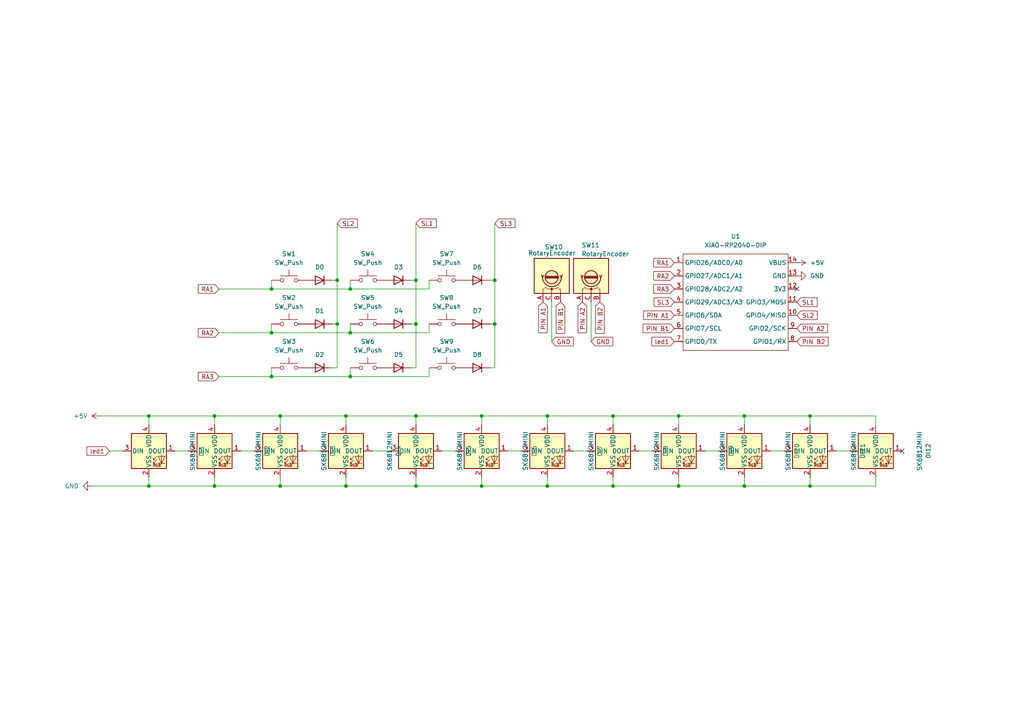
<source format=kicad_sch>
(kicad_sch
	(version 20250114)
	(generator "eeschema")
	(generator_version "9.0")
	(uuid "6d8b77c9-b731-497b-95b4-348fe86320fa")
	(paper "A4")
	(lib_symbols
		(symbol "Device:RotaryEncoder"
			(pin_names
				(offset 0.254)
				(hide yes)
			)
			(exclude_from_sim no)
			(in_bom yes)
			(on_board yes)
			(property "Reference" "SW"
				(at 0 6.604 0)
				(effects
					(font
						(size 1.27 1.27)
					)
				)
			)
			(property "Value" "RotaryEncoder"
				(at 0 -6.604 0)
				(effects
					(font
						(size 1.27 1.27)
					)
				)
			)
			(property "Footprint" ""
				(at -3.81 4.064 0)
				(effects
					(font
						(size 1.27 1.27)
					)
					(hide yes)
				)
			)
			(property "Datasheet" "~"
				(at 0 6.604 0)
				(effects
					(font
						(size 1.27 1.27)
					)
					(hide yes)
				)
			)
			(property "Description" "Rotary encoder, dual channel, incremental quadrate outputs"
				(at 0 0 0)
				(effects
					(font
						(size 1.27 1.27)
					)
					(hide yes)
				)
			)
			(property "ki_keywords" "rotary switch encoder"
				(at 0 0 0)
				(effects
					(font
						(size 1.27 1.27)
					)
					(hide yes)
				)
			)
			(property "ki_fp_filters" "RotaryEncoder*"
				(at 0 0 0)
				(effects
					(font
						(size 1.27 1.27)
					)
					(hide yes)
				)
			)
			(symbol "RotaryEncoder_0_1"
				(rectangle
					(start -5.08 5.08)
					(end 5.08 -5.08)
					(stroke
						(width 0.254)
						(type default)
					)
					(fill
						(type background)
					)
				)
				(polyline
					(pts
						(xy -5.08 2.54) (xy -3.81 2.54) (xy -3.81 2.032)
					)
					(stroke
						(width 0)
						(type default)
					)
					(fill
						(type none)
					)
				)
				(polyline
					(pts
						(xy -5.08 0) (xy -3.81 0) (xy -3.81 -1.016) (xy -3.302 -2.032)
					)
					(stroke
						(width 0)
						(type default)
					)
					(fill
						(type none)
					)
				)
				(polyline
					(pts
						(xy -5.08 -2.54) (xy -3.81 -2.54) (xy -3.81 -2.032)
					)
					(stroke
						(width 0)
						(type default)
					)
					(fill
						(type none)
					)
				)
				(polyline
					(pts
						(xy -4.318 0) (xy -3.81 0) (xy -3.81 1.016) (xy -3.302 2.032)
					)
					(stroke
						(width 0)
						(type default)
					)
					(fill
						(type none)
					)
				)
				(circle
					(center -3.81 0)
					(radius 0.254)
					(stroke
						(width 0)
						(type default)
					)
					(fill
						(type outline)
					)
				)
				(polyline
					(pts
						(xy -0.635 -1.778) (xy -0.635 1.778)
					)
					(stroke
						(width 0.254)
						(type default)
					)
					(fill
						(type none)
					)
				)
				(circle
					(center -0.381 0)
					(radius 1.905)
					(stroke
						(width 0.254)
						(type default)
					)
					(fill
						(type none)
					)
				)
				(polyline
					(pts
						(xy -0.381 -1.778) (xy -0.381 1.778)
					)
					(stroke
						(width 0.254)
						(type default)
					)
					(fill
						(type none)
					)
				)
				(arc
					(start -0.381 -2.794)
					(mid -3.0988 -0.0635)
					(end -0.381 2.667)
					(stroke
						(width 0.254)
						(type default)
					)
					(fill
						(type none)
					)
				)
				(polyline
					(pts
						(xy -0.127 1.778) (xy -0.127 -1.778)
					)
					(stroke
						(width 0.254)
						(type default)
					)
					(fill
						(type none)
					)
				)
				(polyline
					(pts
						(xy 0.254 2.921) (xy -0.508 2.667) (xy 0.127 2.286)
					)
					(stroke
						(width 0.254)
						(type default)
					)
					(fill
						(type none)
					)
				)
				(polyline
					(pts
						(xy 0.254 -3.048) (xy -0.508 -2.794) (xy 0.127 -2.413)
					)
					(stroke
						(width 0.254)
						(type default)
					)
					(fill
						(type none)
					)
				)
			)
			(symbol "RotaryEncoder_1_1"
				(pin passive line
					(at -7.62 2.54 0)
					(length 2.54)
					(name "A"
						(effects
							(font
								(size 1.27 1.27)
							)
						)
					)
					(number "A"
						(effects
							(font
								(size 1.27 1.27)
							)
						)
					)
				)
				(pin passive line
					(at -7.62 0 0)
					(length 2.54)
					(name "C"
						(effects
							(font
								(size 1.27 1.27)
							)
						)
					)
					(number "C"
						(effects
							(font
								(size 1.27 1.27)
							)
						)
					)
				)
				(pin passive line
					(at -7.62 -2.54 0)
					(length 2.54)
					(name "B"
						(effects
							(font
								(size 1.27 1.27)
							)
						)
					)
					(number "B"
						(effects
							(font
								(size 1.27 1.27)
							)
						)
					)
				)
			)
			(embedded_fonts no)
		)
		(symbol "Diode:1N4148"
			(pin_numbers
				(hide yes)
			)
			(pin_names
				(hide yes)
			)
			(exclude_from_sim no)
			(in_bom yes)
			(on_board yes)
			(property "Reference" "D"
				(at 0 2.54 0)
				(effects
					(font
						(size 1.27 1.27)
					)
				)
			)
			(property "Value" "1N4148"
				(at 0 -2.54 0)
				(effects
					(font
						(size 1.27 1.27)
					)
				)
			)
			(property "Footprint" "Diode_THT:D_DO-35_SOD27_P7.62mm_Horizontal"
				(at 0 0 0)
				(effects
					(font
						(size 1.27 1.27)
					)
					(hide yes)
				)
			)
			(property "Datasheet" "https://assets.nexperia.com/documents/data-sheet/1N4148_1N4448.pdf"
				(at 0 0 0)
				(effects
					(font
						(size 1.27 1.27)
					)
					(hide yes)
				)
			)
			(property "Description" "100V 0.15A standard switching diode, DO-35"
				(at 0 0 0)
				(effects
					(font
						(size 1.27 1.27)
					)
					(hide yes)
				)
			)
			(property "Sim.Device" "D"
				(at 0 0 0)
				(effects
					(font
						(size 1.27 1.27)
					)
					(hide yes)
				)
			)
			(property "Sim.Pins" "1=K 2=A"
				(at 0 0 0)
				(effects
					(font
						(size 1.27 1.27)
					)
					(hide yes)
				)
			)
			(property "ki_keywords" "diode"
				(at 0 0 0)
				(effects
					(font
						(size 1.27 1.27)
					)
					(hide yes)
				)
			)
			(property "ki_fp_filters" "D*DO?35*"
				(at 0 0 0)
				(effects
					(font
						(size 1.27 1.27)
					)
					(hide yes)
				)
			)
			(symbol "1N4148_0_1"
				(polyline
					(pts
						(xy -1.27 1.27) (xy -1.27 -1.27)
					)
					(stroke
						(width 0.254)
						(type default)
					)
					(fill
						(type none)
					)
				)
				(polyline
					(pts
						(xy 1.27 1.27) (xy 1.27 -1.27) (xy -1.27 0) (xy 1.27 1.27)
					)
					(stroke
						(width 0.254)
						(type default)
					)
					(fill
						(type none)
					)
				)
				(polyline
					(pts
						(xy 1.27 0) (xy -1.27 0)
					)
					(stroke
						(width 0)
						(type default)
					)
					(fill
						(type none)
					)
				)
			)
			(symbol "1N4148_1_1"
				(pin passive line
					(at -3.81 0 0)
					(length 2.54)
					(name "K"
						(effects
							(font
								(size 1.27 1.27)
							)
						)
					)
					(number "1"
						(effects
							(font
								(size 1.27 1.27)
							)
						)
					)
				)
				(pin passive line
					(at 3.81 0 180)
					(length 2.54)
					(name "A"
						(effects
							(font
								(size 1.27 1.27)
							)
						)
					)
					(number "2"
						(effects
							(font
								(size 1.27 1.27)
							)
						)
					)
				)
			)
			(embedded_fonts no)
		)
		(symbol "LED:SK6812MINI"
			(pin_names
				(offset 0.254)
			)
			(exclude_from_sim no)
			(in_bom yes)
			(on_board yes)
			(property "Reference" "D"
				(at 5.08 5.715 0)
				(effects
					(font
						(size 1.27 1.27)
					)
					(justify right bottom)
				)
			)
			(property "Value" "SK6812MINI"
				(at 1.27 -5.715 0)
				(effects
					(font
						(size 1.27 1.27)
					)
					(justify left top)
				)
			)
			(property "Footprint" "LED_SMD:LED_SK6812MINI_PLCC4_3.5x3.5mm_P1.75mm"
				(at 1.27 -7.62 0)
				(effects
					(font
						(size 1.27 1.27)
					)
					(justify left top)
					(hide yes)
				)
			)
			(property "Datasheet" "https://cdn-shop.adafruit.com/product-files/2686/SK6812MINI_REV.01-1-2.pdf"
				(at 2.54 -9.525 0)
				(effects
					(font
						(size 1.27 1.27)
					)
					(justify left top)
					(hide yes)
				)
			)
			(property "Description" "RGB LED with integrated controller"
				(at 0 0 0)
				(effects
					(font
						(size 1.27 1.27)
					)
					(hide yes)
				)
			)
			(property "ki_keywords" "RGB LED NeoPixel Mini addressable"
				(at 0 0 0)
				(effects
					(font
						(size 1.27 1.27)
					)
					(hide yes)
				)
			)
			(property "ki_fp_filters" "LED*SK6812MINI*PLCC*3.5x3.5mm*P1.75mm*"
				(at 0 0 0)
				(effects
					(font
						(size 1.27 1.27)
					)
					(hide yes)
				)
			)
			(symbol "SK6812MINI_0_0"
				(text "RGB"
					(at 2.286 -4.191 0)
					(effects
						(font
							(size 0.762 0.762)
						)
					)
				)
			)
			(symbol "SK6812MINI_0_1"
				(polyline
					(pts
						(xy 1.27 -2.54) (xy 1.778 -2.54)
					)
					(stroke
						(width 0)
						(type default)
					)
					(fill
						(type none)
					)
				)
				(polyline
					(pts
						(xy 1.27 -3.556) (xy 1.778 -3.556)
					)
					(stroke
						(width 0)
						(type default)
					)
					(fill
						(type none)
					)
				)
				(polyline
					(pts
						(xy 2.286 -1.524) (xy 1.27 -2.54) (xy 1.27 -2.032)
					)
					(stroke
						(width 0)
						(type default)
					)
					(fill
						(type none)
					)
				)
				(polyline
					(pts
						(xy 2.286 -2.54) (xy 1.27 -3.556) (xy 1.27 -3.048)
					)
					(stroke
						(width 0)
						(type default)
					)
					(fill
						(type none)
					)
				)
				(polyline
					(pts
						(xy 3.683 -1.016) (xy 3.683 -3.556) (xy 3.683 -4.064)
					)
					(stroke
						(width 0)
						(type default)
					)
					(fill
						(type none)
					)
				)
				(polyline
					(pts
						(xy 4.699 -1.524) (xy 2.667 -1.524) (xy 3.683 -3.556) (xy 4.699 -1.524)
					)
					(stroke
						(width 0)
						(type default)
					)
					(fill
						(type none)
					)
				)
				(polyline
					(pts
						(xy 4.699 -3.556) (xy 2.667 -3.556)
					)
					(stroke
						(width 0)
						(type default)
					)
					(fill
						(type none)
					)
				)
				(rectangle
					(start 5.08 5.08)
					(end -5.08 -5.08)
					(stroke
						(width 0.254)
						(type default)
					)
					(fill
						(type background)
					)
				)
			)
			(symbol "SK6812MINI_1_1"
				(pin input line
					(at -7.62 0 0)
					(length 2.54)
					(name "DIN"
						(effects
							(font
								(size 1.27 1.27)
							)
						)
					)
					(number "3"
						(effects
							(font
								(size 1.27 1.27)
							)
						)
					)
				)
				(pin power_in line
					(at 0 7.62 270)
					(length 2.54)
					(name "VDD"
						(effects
							(font
								(size 1.27 1.27)
							)
						)
					)
					(number "4"
						(effects
							(font
								(size 1.27 1.27)
							)
						)
					)
				)
				(pin power_in line
					(at 0 -7.62 90)
					(length 2.54)
					(name "VSS"
						(effects
							(font
								(size 1.27 1.27)
							)
						)
					)
					(number "2"
						(effects
							(font
								(size 1.27 1.27)
							)
						)
					)
				)
				(pin output line
					(at 7.62 0 180)
					(length 2.54)
					(name "DOUT"
						(effects
							(font
								(size 1.27 1.27)
							)
						)
					)
					(number "1"
						(effects
							(font
								(size 1.27 1.27)
							)
						)
					)
				)
			)
			(embedded_fonts no)
		)
		(symbol "Switch:SW_Push"
			(pin_numbers
				(hide yes)
			)
			(pin_names
				(offset 1.016)
				(hide yes)
			)
			(exclude_from_sim no)
			(in_bom yes)
			(on_board yes)
			(property "Reference" "SW"
				(at 1.27 2.54 0)
				(effects
					(font
						(size 1.27 1.27)
					)
					(justify left)
				)
			)
			(property "Value" "SW_Push"
				(at 0 -1.524 0)
				(effects
					(font
						(size 1.27 1.27)
					)
				)
			)
			(property "Footprint" ""
				(at 0 5.08 0)
				(effects
					(font
						(size 1.27 1.27)
					)
					(hide yes)
				)
			)
			(property "Datasheet" "~"
				(at 0 5.08 0)
				(effects
					(font
						(size 1.27 1.27)
					)
					(hide yes)
				)
			)
			(property "Description" "Push button switch, generic, two pins"
				(at 0 0 0)
				(effects
					(font
						(size 1.27 1.27)
					)
					(hide yes)
				)
			)
			(property "ki_keywords" "switch normally-open pushbutton push-button"
				(at 0 0 0)
				(effects
					(font
						(size 1.27 1.27)
					)
					(hide yes)
				)
			)
			(symbol "SW_Push_0_1"
				(circle
					(center -2.032 0)
					(radius 0.508)
					(stroke
						(width 0)
						(type default)
					)
					(fill
						(type none)
					)
				)
				(polyline
					(pts
						(xy 0 1.27) (xy 0 3.048)
					)
					(stroke
						(width 0)
						(type default)
					)
					(fill
						(type none)
					)
				)
				(circle
					(center 2.032 0)
					(radius 0.508)
					(stroke
						(width 0)
						(type default)
					)
					(fill
						(type none)
					)
				)
				(polyline
					(pts
						(xy 2.54 1.27) (xy -2.54 1.27)
					)
					(stroke
						(width 0)
						(type default)
					)
					(fill
						(type none)
					)
				)
				(pin passive line
					(at -5.08 0 0)
					(length 2.54)
					(name "1"
						(effects
							(font
								(size 1.27 1.27)
							)
						)
					)
					(number "1"
						(effects
							(font
								(size 1.27 1.27)
							)
						)
					)
				)
				(pin passive line
					(at 5.08 0 180)
					(length 2.54)
					(name "2"
						(effects
							(font
								(size 1.27 1.27)
							)
						)
					)
					(number "2"
						(effects
							(font
								(size 1.27 1.27)
							)
						)
					)
				)
			)
			(embedded_fonts no)
		)
		(symbol "pes:XIAO-RP2040-DIP"
			(exclude_from_sim no)
			(in_bom yes)
			(on_board yes)
			(property "Reference" "U"
				(at 0 0 0)
				(effects
					(font
						(size 1.27 1.27)
					)
				)
			)
			(property "Value" "XIAO-RP2040-DIP"
				(at 5.334 -1.778 0)
				(effects
					(font
						(size 1.27 1.27)
					)
				)
			)
			(property "Footprint" "Module:MOUDLE14P-XIAO-DIP-SMD"
				(at 14.478 -32.258 0)
				(effects
					(font
						(size 1.27 1.27)
					)
					(hide yes)
				)
			)
			(property "Datasheet" ""
				(at 0 0 0)
				(effects
					(font
						(size 1.27 1.27)
					)
					(hide yes)
				)
			)
			(property "Description" ""
				(at 0 0 0)
				(effects
					(font
						(size 1.27 1.27)
					)
					(hide yes)
				)
			)
			(symbol "XIAO-RP2040-DIP_1_0"
				(polyline
					(pts
						(xy -1.27 -2.54) (xy 29.21 -2.54)
					)
					(stroke
						(width 0.1524)
						(type solid)
					)
					(fill
						(type none)
					)
				)
				(polyline
					(pts
						(xy -1.27 -5.08) (xy -2.54 -5.08)
					)
					(stroke
						(width 0.1524)
						(type solid)
					)
					(fill
						(type none)
					)
				)
				(polyline
					(pts
						(xy -1.27 -5.08) (xy -1.27 -2.54)
					)
					(stroke
						(width 0.1524)
						(type solid)
					)
					(fill
						(type none)
					)
				)
				(polyline
					(pts
						(xy -1.27 -8.89) (xy -2.54 -8.89)
					)
					(stroke
						(width 0.1524)
						(type solid)
					)
					(fill
						(type none)
					)
				)
				(polyline
					(pts
						(xy -1.27 -8.89) (xy -1.27 -5.08)
					)
					(stroke
						(width 0.1524)
						(type solid)
					)
					(fill
						(type none)
					)
				)
				(polyline
					(pts
						(xy -1.27 -12.7) (xy -2.54 -12.7)
					)
					(stroke
						(width 0.1524)
						(type solid)
					)
					(fill
						(type none)
					)
				)
				(polyline
					(pts
						(xy -1.27 -12.7) (xy -1.27 -8.89)
					)
					(stroke
						(width 0.1524)
						(type solid)
					)
					(fill
						(type none)
					)
				)
				(polyline
					(pts
						(xy -1.27 -16.51) (xy -2.54 -16.51)
					)
					(stroke
						(width 0.1524)
						(type solid)
					)
					(fill
						(type none)
					)
				)
				(polyline
					(pts
						(xy -1.27 -16.51) (xy -1.27 -12.7)
					)
					(stroke
						(width 0.1524)
						(type solid)
					)
					(fill
						(type none)
					)
				)
				(polyline
					(pts
						(xy -1.27 -20.32) (xy -2.54 -20.32)
					)
					(stroke
						(width 0.1524)
						(type solid)
					)
					(fill
						(type none)
					)
				)
				(polyline
					(pts
						(xy -1.27 -24.13) (xy -2.54 -24.13)
					)
					(stroke
						(width 0.1524)
						(type solid)
					)
					(fill
						(type none)
					)
				)
				(polyline
					(pts
						(xy -1.27 -27.94) (xy -2.54 -27.94)
					)
					(stroke
						(width 0.1524)
						(type solid)
					)
					(fill
						(type none)
					)
				)
				(polyline
					(pts
						(xy -1.27 -30.48) (xy -1.27 -16.51)
					)
					(stroke
						(width 0.1524)
						(type solid)
					)
					(fill
						(type none)
					)
				)
				(polyline
					(pts
						(xy 29.21 -2.54) (xy 29.21 -5.08)
					)
					(stroke
						(width 0.1524)
						(type solid)
					)
					(fill
						(type none)
					)
				)
				(polyline
					(pts
						(xy 29.21 -5.08) (xy 29.21 -8.89)
					)
					(stroke
						(width 0.1524)
						(type solid)
					)
					(fill
						(type none)
					)
				)
				(polyline
					(pts
						(xy 29.21 -8.89) (xy 29.21 -12.7)
					)
					(stroke
						(width 0.1524)
						(type solid)
					)
					(fill
						(type none)
					)
				)
				(polyline
					(pts
						(xy 29.21 -12.7) (xy 29.21 -30.48)
					)
					(stroke
						(width 0.1524)
						(type solid)
					)
					(fill
						(type none)
					)
				)
				(polyline
					(pts
						(xy 29.21 -30.48) (xy -1.27 -30.48)
					)
					(stroke
						(width 0.1524)
						(type solid)
					)
					(fill
						(type none)
					)
				)
				(polyline
					(pts
						(xy 30.48 -5.08) (xy 29.21 -5.08)
					)
					(stroke
						(width 0.1524)
						(type solid)
					)
					(fill
						(type none)
					)
				)
				(polyline
					(pts
						(xy 30.48 -8.89) (xy 29.21 -8.89)
					)
					(stroke
						(width 0.1524)
						(type solid)
					)
					(fill
						(type none)
					)
				)
				(polyline
					(pts
						(xy 30.48 -12.7) (xy 29.21 -12.7)
					)
					(stroke
						(width 0.1524)
						(type solid)
					)
					(fill
						(type none)
					)
				)
				(polyline
					(pts
						(xy 30.48 -16.51) (xy 29.21 -16.51)
					)
					(stroke
						(width 0.1524)
						(type solid)
					)
					(fill
						(type none)
					)
				)
				(polyline
					(pts
						(xy 30.48 -20.32) (xy 29.21 -20.32)
					)
					(stroke
						(width 0.1524)
						(type solid)
					)
					(fill
						(type none)
					)
				)
				(polyline
					(pts
						(xy 30.48 -24.13) (xy 29.21 -24.13)
					)
					(stroke
						(width 0.1524)
						(type solid)
					)
					(fill
						(type none)
					)
				)
				(polyline
					(pts
						(xy 30.48 -27.94) (xy 29.21 -27.94)
					)
					(stroke
						(width 0.1524)
						(type solid)
					)
					(fill
						(type none)
					)
				)
				(pin passive line
					(at -3.81 -5.08 0)
					(length 2.54)
					(name "GPIO26/ADC0/A0"
						(effects
							(font
								(size 1.27 1.27)
							)
						)
					)
					(number "1"
						(effects
							(font
								(size 1.27 1.27)
							)
						)
					)
				)
				(pin passive line
					(at -3.81 -8.89 0)
					(length 2.54)
					(name "GPIO27/ADC1/A1"
						(effects
							(font
								(size 1.27 1.27)
							)
						)
					)
					(number "2"
						(effects
							(font
								(size 1.27 1.27)
							)
						)
					)
				)
				(pin passive line
					(at -3.81 -12.7 0)
					(length 2.54)
					(name "GPIO28/ADC2/A2"
						(effects
							(font
								(size 1.27 1.27)
							)
						)
					)
					(number "3"
						(effects
							(font
								(size 1.27 1.27)
							)
						)
					)
				)
				(pin passive line
					(at -3.81 -16.51 0)
					(length 2.54)
					(name "GPIO29/ADC3/A3"
						(effects
							(font
								(size 1.27 1.27)
							)
						)
					)
					(number "4"
						(effects
							(font
								(size 1.27 1.27)
							)
						)
					)
				)
				(pin passive line
					(at -3.81 -20.32 0)
					(length 2.54)
					(name "GPIO6/SDA"
						(effects
							(font
								(size 1.27 1.27)
							)
						)
					)
					(number "5"
						(effects
							(font
								(size 1.27 1.27)
							)
						)
					)
				)
				(pin passive line
					(at -3.81 -24.13 0)
					(length 2.54)
					(name "GPIO7/SCL"
						(effects
							(font
								(size 1.27 1.27)
							)
						)
					)
					(number "6"
						(effects
							(font
								(size 1.27 1.27)
							)
						)
					)
				)
				(pin passive line
					(at -3.81 -27.94 0)
					(length 2.54)
					(name "GPIO0/TX"
						(effects
							(font
								(size 1.27 1.27)
							)
						)
					)
					(number "7"
						(effects
							(font
								(size 1.27 1.27)
							)
						)
					)
				)
				(pin passive line
					(at 31.75 -5.08 180)
					(length 2.54)
					(name "VBUS"
						(effects
							(font
								(size 1.27 1.27)
							)
						)
					)
					(number "14"
						(effects
							(font
								(size 1.27 1.27)
							)
						)
					)
				)
				(pin passive line
					(at 31.75 -8.89 180)
					(length 2.54)
					(name "GND"
						(effects
							(font
								(size 1.27 1.27)
							)
						)
					)
					(number "13"
						(effects
							(font
								(size 1.27 1.27)
							)
						)
					)
				)
				(pin passive line
					(at 31.75 -12.7 180)
					(length 2.54)
					(name "3V3"
						(effects
							(font
								(size 1.27 1.27)
							)
						)
					)
					(number "12"
						(effects
							(font
								(size 1.27 1.27)
							)
						)
					)
				)
				(pin passive line
					(at 31.75 -16.51 180)
					(length 2.54)
					(name "GPIO3/MOSI"
						(effects
							(font
								(size 1.27 1.27)
							)
						)
					)
					(number "11"
						(effects
							(font
								(size 1.27 1.27)
							)
						)
					)
				)
				(pin passive line
					(at 31.75 -20.32 180)
					(length 2.54)
					(name "GPIO4/MISO"
						(effects
							(font
								(size 1.27 1.27)
							)
						)
					)
					(number "10"
						(effects
							(font
								(size 1.27 1.27)
							)
						)
					)
				)
				(pin passive line
					(at 31.75 -24.13 180)
					(length 2.54)
					(name "GPIO2/SCK"
						(effects
							(font
								(size 1.27 1.27)
							)
						)
					)
					(number "9"
						(effects
							(font
								(size 1.27 1.27)
							)
						)
					)
				)
				(pin passive line
					(at 31.75 -27.94 180)
					(length 2.54)
					(name "GPIO1/RX"
						(effects
							(font
								(size 1.27 1.27)
							)
						)
					)
					(number "8"
						(effects
							(font
								(size 1.27 1.27)
							)
						)
					)
				)
			)
			(embedded_fonts no)
		)
		(symbol "power:+5V"
			(power)
			(pin_numbers
				(hide yes)
			)
			(pin_names
				(offset 0)
				(hide yes)
			)
			(exclude_from_sim no)
			(in_bom yes)
			(on_board yes)
			(property "Reference" "#PWR"
				(at 0 -3.81 0)
				(effects
					(font
						(size 1.27 1.27)
					)
					(hide yes)
				)
			)
			(property "Value" "+5V"
				(at 0 3.556 0)
				(effects
					(font
						(size 1.27 1.27)
					)
				)
			)
			(property "Footprint" ""
				(at 0 0 0)
				(effects
					(font
						(size 1.27 1.27)
					)
					(hide yes)
				)
			)
			(property "Datasheet" ""
				(at 0 0 0)
				(effects
					(font
						(size 1.27 1.27)
					)
					(hide yes)
				)
			)
			(property "Description" "Power symbol creates a global label with name \"+5V\""
				(at 0 0 0)
				(effects
					(font
						(size 1.27 1.27)
					)
					(hide yes)
				)
			)
			(property "ki_keywords" "global power"
				(at 0 0 0)
				(effects
					(font
						(size 1.27 1.27)
					)
					(hide yes)
				)
			)
			(symbol "+5V_0_1"
				(polyline
					(pts
						(xy -0.762 1.27) (xy 0 2.54)
					)
					(stroke
						(width 0)
						(type default)
					)
					(fill
						(type none)
					)
				)
				(polyline
					(pts
						(xy 0 2.54) (xy 0.762 1.27)
					)
					(stroke
						(width 0)
						(type default)
					)
					(fill
						(type none)
					)
				)
				(polyline
					(pts
						(xy 0 0) (xy 0 2.54)
					)
					(stroke
						(width 0)
						(type default)
					)
					(fill
						(type none)
					)
				)
			)
			(symbol "+5V_1_1"
				(pin power_in line
					(at 0 0 90)
					(length 0)
					(name "~"
						(effects
							(font
								(size 1.27 1.27)
							)
						)
					)
					(number "1"
						(effects
							(font
								(size 1.27 1.27)
							)
						)
					)
				)
			)
			(embedded_fonts no)
		)
		(symbol "power:GND"
			(power)
			(pin_numbers
				(hide yes)
			)
			(pin_names
				(offset 0)
				(hide yes)
			)
			(exclude_from_sim no)
			(in_bom yes)
			(on_board yes)
			(property "Reference" "#PWR"
				(at 0 -6.35 0)
				(effects
					(font
						(size 1.27 1.27)
					)
					(hide yes)
				)
			)
			(property "Value" "GND"
				(at 0 -3.81 0)
				(effects
					(font
						(size 1.27 1.27)
					)
				)
			)
			(property "Footprint" ""
				(at 0 0 0)
				(effects
					(font
						(size 1.27 1.27)
					)
					(hide yes)
				)
			)
			(property "Datasheet" ""
				(at 0 0 0)
				(effects
					(font
						(size 1.27 1.27)
					)
					(hide yes)
				)
			)
			(property "Description" "Power symbol creates a global label with name \"GND\" , ground"
				(at 0 0 0)
				(effects
					(font
						(size 1.27 1.27)
					)
					(hide yes)
				)
			)
			(property "ki_keywords" "global power"
				(at 0 0 0)
				(effects
					(font
						(size 1.27 1.27)
					)
					(hide yes)
				)
			)
			(symbol "GND_0_1"
				(polyline
					(pts
						(xy 0 0) (xy 0 -1.27) (xy 1.27 -1.27) (xy 0 -2.54) (xy -1.27 -1.27) (xy 0 -1.27)
					)
					(stroke
						(width 0)
						(type default)
					)
					(fill
						(type none)
					)
				)
			)
			(symbol "GND_1_1"
				(pin power_in line
					(at 0 0 270)
					(length 0)
					(name "~"
						(effects
							(font
								(size 1.27 1.27)
							)
						)
					)
					(number "1"
						(effects
							(font
								(size 1.27 1.27)
							)
						)
					)
				)
			)
			(embedded_fonts no)
		)
	)
	(junction
		(at 81.28 140.97)
		(diameter 0)
		(color 0 0 0 0)
		(uuid "00907da9-7fb8-427f-b62b-bba3ab53c9b8")
	)
	(junction
		(at 234.95 120.65)
		(diameter 0)
		(color 0 0 0 0)
		(uuid "0349abea-9630-44e5-8b5d-0802f0ef306e")
	)
	(junction
		(at 43.18 140.97)
		(diameter 0)
		(color 0 0 0 0)
		(uuid "0b54c6c5-0d80-4694-8846-40f63ccbe5b3")
	)
	(junction
		(at 101.6 83.82)
		(diameter 0)
		(color 0 0 0 0)
		(uuid "0decfd78-b041-4afc-82aa-3dd260a2b5d0")
	)
	(junction
		(at 120.65 81.28)
		(diameter 0)
		(color 0 0 0 0)
		(uuid "1333187a-984a-4c94-bd22-ad2d0b150f99")
	)
	(junction
		(at 196.85 120.65)
		(diameter 0)
		(color 0 0 0 0)
		(uuid "140ee84d-ad52-4bc5-a97e-2f8af7a70f7f")
	)
	(junction
		(at 215.9 120.65)
		(diameter 0)
		(color 0 0 0 0)
		(uuid "14d5abc6-cefd-48a3-a0a9-a72dbc95772b")
	)
	(junction
		(at 234.95 140.97)
		(diameter 0)
		(color 0 0 0 0)
		(uuid "173adbfa-100d-465d-9fc6-95011400f573")
	)
	(junction
		(at 177.8 120.65)
		(diameter 0)
		(color 0 0 0 0)
		(uuid "1bdb9db7-01ab-440b-9d46-7860a457af94")
	)
	(junction
		(at 100.33 140.97)
		(diameter 0)
		(color 0 0 0 0)
		(uuid "1c1217e2-8d8f-4724-a289-a7495ebd2306")
	)
	(junction
		(at 78.74 96.52)
		(diameter 0)
		(color 0 0 0 0)
		(uuid "2aee3cce-df2e-4578-87aa-c357e8a5096f")
	)
	(junction
		(at 120.65 120.65)
		(diameter 0)
		(color 0 0 0 0)
		(uuid "2b5a4da2-7e09-424a-9a28-41079244e272")
	)
	(junction
		(at 97.79 93.98)
		(diameter 0)
		(color 0 0 0 0)
		(uuid "3e3cab45-5f28-4350-bef4-c25ac6f200cb")
	)
	(junction
		(at 101.6 109.22)
		(diameter 0)
		(color 0 0 0 0)
		(uuid "4d488c1b-9706-482b-9e60-792127062898")
	)
	(junction
		(at 78.74 83.82)
		(diameter 0)
		(color 0 0 0 0)
		(uuid "7630a320-f20a-4c1f-9cea-f0070cc0f9e4")
	)
	(junction
		(at 62.23 140.97)
		(diameter 0)
		(color 0 0 0 0)
		(uuid "7a8061ab-cc3b-484f-9cd0-0dc77c371625")
	)
	(junction
		(at 139.7 140.97)
		(diameter 0)
		(color 0 0 0 0)
		(uuid "83332441-91cf-4bda-aa7f-798ea5e12601")
	)
	(junction
		(at 196.85 140.97)
		(diameter 0)
		(color 0 0 0 0)
		(uuid "8878e834-cb1c-4398-8997-fec6a6dfa8f9")
	)
	(junction
		(at 139.7 120.65)
		(diameter 0)
		(color 0 0 0 0)
		(uuid "8d8ec439-3170-454e-9858-471306d96902")
	)
	(junction
		(at 97.79 81.28)
		(diameter 0)
		(color 0 0 0 0)
		(uuid "942aa703-57a4-4e29-8fe6-61712267c197")
	)
	(junction
		(at 81.28 120.65)
		(diameter 0)
		(color 0 0 0 0)
		(uuid "9b01a2ad-a9e0-4d75-a345-d0ba7c0259aa")
	)
	(junction
		(at 143.51 81.28)
		(diameter 0)
		(color 0 0 0 0)
		(uuid "aaf5f55d-0c88-4d70-86e3-9e9676a3edcc")
	)
	(junction
		(at 177.8 140.97)
		(diameter 0)
		(color 0 0 0 0)
		(uuid "ab2b9dc7-e1d7-4d0d-82bf-899972f9bac3")
	)
	(junction
		(at 43.18 120.65)
		(diameter 0)
		(color 0 0 0 0)
		(uuid "af3e5a1a-84f6-44a6-8ccb-b8a86433f07e")
	)
	(junction
		(at 78.74 109.22)
		(diameter 0)
		(color 0 0 0 0)
		(uuid "bb0419eb-aa81-4663-89e1-be81195f6489")
	)
	(junction
		(at 120.65 140.97)
		(diameter 0)
		(color 0 0 0 0)
		(uuid "bb68b221-649e-4783-b7db-8f80f7fff3b7")
	)
	(junction
		(at 143.51 93.98)
		(diameter 0)
		(color 0 0 0 0)
		(uuid "c208dce3-3b26-4db6-b656-b3adb1c9beab")
	)
	(junction
		(at 215.9 140.97)
		(diameter 0)
		(color 0 0 0 0)
		(uuid "c80932cb-b085-473b-a486-65f6f380b0a2")
	)
	(junction
		(at 158.75 140.97)
		(diameter 0)
		(color 0 0 0 0)
		(uuid "cabec6d5-3c0b-4aa2-a7f8-745b0c0d2237")
	)
	(junction
		(at 120.65 93.98)
		(diameter 0)
		(color 0 0 0 0)
		(uuid "dc93f48e-54e8-4ff9-b313-48db90a4bb29")
	)
	(junction
		(at 101.6 96.52)
		(diameter 0)
		(color 0 0 0 0)
		(uuid "e5b173e5-f348-4060-a316-c7fa89285305")
	)
	(junction
		(at 158.75 120.65)
		(diameter 0)
		(color 0 0 0 0)
		(uuid "eb300ff1-2b69-4de8-a7c8-13c101f52843")
	)
	(junction
		(at 62.23 120.65)
		(diameter 0)
		(color 0 0 0 0)
		(uuid "f68fa9e8-ad45-4397-802d-cf848371a2c0")
	)
	(junction
		(at 100.33 120.65)
		(diameter 0)
		(color 0 0 0 0)
		(uuid "ffd34ea3-170f-4de8-858b-a5755143a4b4")
	)
	(no_connect
		(at 261.62 130.81)
		(uuid "808195ad-9291-4385-8c44-27ec6ce26c9c")
	)
	(no_connect
		(at 231.14 83.82)
		(uuid "95d191ee-ea48-4d5c-af15-cb9cdd302d8b")
	)
	(wire
		(pts
			(xy 78.74 93.98) (xy 78.74 96.52)
		)
		(stroke
			(width 0)
			(type default)
		)
		(uuid "0045b8da-b036-4c41-8487-3bbda6c5cb78")
	)
	(wire
		(pts
			(xy 97.79 81.28) (xy 97.79 93.98)
		)
		(stroke
			(width 0)
			(type default)
		)
		(uuid "016d5748-f6ee-4ed4-b004-70af0465a732")
	)
	(wire
		(pts
			(xy 158.75 120.65) (xy 177.8 120.65)
		)
		(stroke
			(width 0)
			(type default)
		)
		(uuid "050c70a0-9b81-4353-bdf7-7e2b4ebe5d5c")
	)
	(wire
		(pts
			(xy 196.85 120.65) (xy 196.85 123.19)
		)
		(stroke
			(width 0)
			(type default)
		)
		(uuid "07abf7d7-b540-4e1d-8304-2cec933acba0")
	)
	(wire
		(pts
			(xy 124.46 106.68) (xy 124.46 109.22)
		)
		(stroke
			(width 0)
			(type default)
		)
		(uuid "0b55fd5c-955d-4477-81e8-70fe642c104f")
	)
	(wire
		(pts
			(xy 242.57 130.81) (xy 246.38 130.81)
		)
		(stroke
			(width 0)
			(type default)
		)
		(uuid "0d8e346a-93d4-4f0e-9a9f-fdb5b34862e6")
	)
	(wire
		(pts
			(xy 96.52 81.28) (xy 97.79 81.28)
		)
		(stroke
			(width 0)
			(type default)
		)
		(uuid "13b10971-6a4e-45cc-ae5e-e5dbfab5d1fe")
	)
	(wire
		(pts
			(xy 107.95 130.81) (xy 113.03 130.81)
		)
		(stroke
			(width 0)
			(type default)
		)
		(uuid "1406fa52-3c17-4072-a90e-701689ccac7c")
	)
	(wire
		(pts
			(xy 78.74 81.28) (xy 78.74 83.82)
		)
		(stroke
			(width 0)
			(type default)
		)
		(uuid "1a727490-7969-41bc-a10b-028982495d2f")
	)
	(wire
		(pts
			(xy 120.65 64.77) (xy 120.65 81.28)
		)
		(stroke
			(width 0)
			(type default)
		)
		(uuid "1aa2d6c2-7661-4447-ab64-90a3bdf94c08")
	)
	(wire
		(pts
			(xy 43.18 123.19) (xy 43.18 120.65)
		)
		(stroke
			(width 0)
			(type default)
		)
		(uuid "1dd0f99a-91e9-463a-acdf-195f947faad7")
	)
	(wire
		(pts
			(xy 139.7 120.65) (xy 158.75 120.65)
		)
		(stroke
			(width 0)
			(type default)
		)
		(uuid "1e61bfe9-2aca-4704-a48f-eb8d6c013b3f")
	)
	(wire
		(pts
			(xy 81.28 140.97) (xy 100.33 140.97)
		)
		(stroke
			(width 0)
			(type default)
		)
		(uuid "21fd1d64-fed9-40bb-8ac8-c3e450ade8f3")
	)
	(wire
		(pts
			(xy 100.33 120.65) (xy 100.33 123.19)
		)
		(stroke
			(width 0)
			(type default)
		)
		(uuid "22f892d9-aa85-4017-be3f-d1b2707dd3e0")
	)
	(wire
		(pts
			(xy 101.6 81.28) (xy 101.6 83.82)
		)
		(stroke
			(width 0)
			(type default)
		)
		(uuid "2547abed-e5c1-446b-b8b7-8595c8641c6d")
	)
	(wire
		(pts
			(xy 142.24 93.98) (xy 143.51 93.98)
		)
		(stroke
			(width 0)
			(type default)
		)
		(uuid "2bc78d6c-77c9-4d05-b36f-33d90ec41445")
	)
	(wire
		(pts
			(xy 63.5 96.52) (xy 78.74 96.52)
		)
		(stroke
			(width 0)
			(type default)
		)
		(uuid "2c5e0d4f-e14d-4f6e-91fb-b8ebd0e7506c")
	)
	(wire
		(pts
			(xy 234.95 138.43) (xy 234.95 140.97)
		)
		(stroke
			(width 0)
			(type default)
		)
		(uuid "305f63d2-8627-4cca-87b9-1b382e7a91de")
	)
	(wire
		(pts
			(xy 177.8 120.65) (xy 177.8 123.19)
		)
		(stroke
			(width 0)
			(type default)
		)
		(uuid "34739e91-f263-4ed0-ab06-532368026b97")
	)
	(wire
		(pts
			(xy 254 120.65) (xy 254 123.19)
		)
		(stroke
			(width 0)
			(type default)
		)
		(uuid "35b8716d-24d2-4b48-afa9-86638e2372ce")
	)
	(wire
		(pts
			(xy 234.95 120.65) (xy 234.95 123.19)
		)
		(stroke
			(width 0)
			(type default)
		)
		(uuid "3834ca26-b4c5-4d2a-9e5c-d60eec6286f8")
	)
	(wire
		(pts
			(xy 78.74 96.52) (xy 101.6 96.52)
		)
		(stroke
			(width 0)
			(type default)
		)
		(uuid "3968981a-cf14-4c6e-93fc-3bda8b4eced7")
	)
	(wire
		(pts
			(xy 171.45 99.06) (xy 171.45 87.63)
		)
		(stroke
			(width 0)
			(type default)
		)
		(uuid "3e469274-c8d2-42cb-81a4-d654d9cff426")
	)
	(wire
		(pts
			(xy 43.18 140.97) (xy 62.23 140.97)
		)
		(stroke
			(width 0)
			(type default)
		)
		(uuid "400a8ea5-c7de-4f08-87d2-d82e6b37ca6b")
	)
	(wire
		(pts
			(xy 204.47 130.81) (xy 208.28 130.81)
		)
		(stroke
			(width 0)
			(type default)
		)
		(uuid "42b0df94-f275-4cbe-87a2-613a26e5b6c1")
	)
	(wire
		(pts
			(xy 69.85 130.81) (xy 73.66 130.81)
		)
		(stroke
			(width 0)
			(type default)
		)
		(uuid "45479548-6663-4cd2-85f7-626358e2fff5")
	)
	(wire
		(pts
			(xy 120.65 81.28) (xy 120.65 93.98)
		)
		(stroke
			(width 0)
			(type default)
		)
		(uuid "464d24ab-a3f4-42d6-bea5-178816ea0640")
	)
	(wire
		(pts
			(xy 223.52 130.81) (xy 227.33 130.81)
		)
		(stroke
			(width 0)
			(type default)
		)
		(uuid "46b074f1-451d-4dc7-9ad2-4b62f4f9b04f")
	)
	(wire
		(pts
			(xy 124.46 93.98) (xy 124.46 96.52)
		)
		(stroke
			(width 0)
			(type default)
		)
		(uuid "4a7abe8d-47d1-48d5-8572-7474aac8fcfd")
	)
	(wire
		(pts
			(xy 120.65 120.65) (xy 139.7 120.65)
		)
		(stroke
			(width 0)
			(type default)
		)
		(uuid "4dcd2152-73ba-42cb-a7fe-f102272aa5dd")
	)
	(wire
		(pts
			(xy 234.95 120.65) (xy 254 120.65)
		)
		(stroke
			(width 0)
			(type default)
		)
		(uuid "5084f7df-c715-4b6f-99bf-eec3e72b6275")
	)
	(wire
		(pts
			(xy 97.79 93.98) (xy 97.79 106.68)
		)
		(stroke
			(width 0)
			(type default)
		)
		(uuid "53b5b702-6281-49d4-af12-a2ef5fdfe6f9")
	)
	(wire
		(pts
			(xy 158.75 140.97) (xy 177.8 140.97)
		)
		(stroke
			(width 0)
			(type default)
		)
		(uuid "556cc791-f3f5-4727-82d1-f460a772f5d6")
	)
	(wire
		(pts
			(xy 119.38 81.28) (xy 120.65 81.28)
		)
		(stroke
			(width 0)
			(type default)
		)
		(uuid "591e0b21-d9e1-48a8-9809-b0757b5e785c")
	)
	(wire
		(pts
			(xy 62.23 140.97) (xy 81.28 140.97)
		)
		(stroke
			(width 0)
			(type default)
		)
		(uuid "5a8dc952-6f55-4fab-9128-9aa202a7db7a")
	)
	(wire
		(pts
			(xy 120.65 93.98) (xy 120.65 106.68)
		)
		(stroke
			(width 0)
			(type default)
		)
		(uuid "5b9387af-641f-4786-97ef-57f0705aefb6")
	)
	(wire
		(pts
			(xy 215.9 140.97) (xy 215.9 138.43)
		)
		(stroke
			(width 0)
			(type default)
		)
		(uuid "61e4b6f2-a28e-4b47-a9f4-d188b498ae6a")
	)
	(wire
		(pts
			(xy 177.8 140.97) (xy 196.85 140.97)
		)
		(stroke
			(width 0)
			(type default)
		)
		(uuid "63031593-13a1-49bc-b9ff-406ccd43e7a8")
	)
	(wire
		(pts
			(xy 139.7 140.97) (xy 158.75 140.97)
		)
		(stroke
			(width 0)
			(type default)
		)
		(uuid "6507ec7a-7196-4ad5-814e-3eea5a454548")
	)
	(wire
		(pts
			(xy 96.52 93.98) (xy 97.79 93.98)
		)
		(stroke
			(width 0)
			(type default)
		)
		(uuid "66698551-236a-487d-9754-67bd8af5a0dc")
	)
	(wire
		(pts
			(xy 196.85 140.97) (xy 215.9 140.97)
		)
		(stroke
			(width 0)
			(type default)
		)
		(uuid "67cae4e8-809a-4281-b72d-e55a9aa0df06")
	)
	(wire
		(pts
			(xy 119.38 93.98) (xy 120.65 93.98)
		)
		(stroke
			(width 0)
			(type default)
		)
		(uuid "6bd8aaa4-240d-4c4f-bb29-3ba6e69337f4")
	)
	(wire
		(pts
			(xy 139.7 138.43) (xy 139.7 140.97)
		)
		(stroke
			(width 0)
			(type default)
		)
		(uuid "6c268a74-6aca-4391-89af-297abb664776")
	)
	(wire
		(pts
			(xy 119.38 106.68) (xy 120.65 106.68)
		)
		(stroke
			(width 0)
			(type default)
		)
		(uuid "6fcdd23a-9564-4176-b1e7-6f0cd67bca6a")
	)
	(wire
		(pts
			(xy 177.8 140.97) (xy 177.8 138.43)
		)
		(stroke
			(width 0)
			(type default)
		)
		(uuid "725e8264-82d9-40b2-9268-caec8eae9e0e")
	)
	(wire
		(pts
			(xy 81.28 138.43) (xy 81.28 140.97)
		)
		(stroke
			(width 0)
			(type default)
		)
		(uuid "72e0f732-559c-4d05-8fea-87111865afbc")
	)
	(wire
		(pts
			(xy 100.33 140.97) (xy 120.65 140.97)
		)
		(stroke
			(width 0)
			(type default)
		)
		(uuid "73d8132b-d097-4c4a-a579-5d4100236c84")
	)
	(wire
		(pts
			(xy 215.9 120.65) (xy 215.9 123.19)
		)
		(stroke
			(width 0)
			(type default)
		)
		(uuid "74b46b8d-88ab-47a3-a4d7-1105f12ae96a")
	)
	(wire
		(pts
			(xy 120.65 138.43) (xy 120.65 140.97)
		)
		(stroke
			(width 0)
			(type default)
		)
		(uuid "77ef222e-f47b-4ca2-8674-ca2fa96564ba")
	)
	(wire
		(pts
			(xy 215.9 120.65) (xy 234.95 120.65)
		)
		(stroke
			(width 0)
			(type default)
		)
		(uuid "786ec606-fcc8-4f2a-b3aa-24ad7b5e61d8")
	)
	(wire
		(pts
			(xy 26.67 140.97) (xy 43.18 140.97)
		)
		(stroke
			(width 0)
			(type default)
		)
		(uuid "7df2c42e-3a18-4ac8-8d7e-eea0c54264f2")
	)
	(wire
		(pts
			(xy 97.79 64.77) (xy 97.79 81.28)
		)
		(stroke
			(width 0)
			(type default)
		)
		(uuid "80ebad66-0ab3-4660-81c0-1f8bd66ab712")
	)
	(wire
		(pts
			(xy 124.46 81.28) (xy 124.46 83.82)
		)
		(stroke
			(width 0)
			(type default)
		)
		(uuid "842c96bd-33a4-4461-9a22-a2fa341f3ae7")
	)
	(wire
		(pts
			(xy 81.28 120.65) (xy 81.28 123.19)
		)
		(stroke
			(width 0)
			(type default)
		)
		(uuid "8d5f354d-61f8-46b0-a041-d7a1f701b7a9")
	)
	(wire
		(pts
			(xy 43.18 138.43) (xy 43.18 140.97)
		)
		(stroke
			(width 0)
			(type default)
		)
		(uuid "90d836e3-66f8-41cb-8ff8-46f92998570d")
	)
	(wire
		(pts
			(xy 63.5 109.22) (xy 78.74 109.22)
		)
		(stroke
			(width 0)
			(type default)
		)
		(uuid "9255355b-d1e3-49b8-bfbb-3b8c1ec19206")
	)
	(wire
		(pts
			(xy 177.8 120.65) (xy 196.85 120.65)
		)
		(stroke
			(width 0)
			(type default)
		)
		(uuid "9402565c-8f25-4654-bdfa-c04fd4b5bce5")
	)
	(wire
		(pts
			(xy 147.32 130.81) (xy 151.13 130.81)
		)
		(stroke
			(width 0)
			(type default)
		)
		(uuid "94afb40a-e6a6-484e-90c8-e492129f4198")
	)
	(wire
		(pts
			(xy 142.24 106.68) (xy 143.51 106.68)
		)
		(stroke
			(width 0)
			(type default)
		)
		(uuid "9546b301-82c9-4133-9bd3-9c473c57713c")
	)
	(wire
		(pts
			(xy 143.51 64.77) (xy 143.51 81.28)
		)
		(stroke
			(width 0)
			(type default)
		)
		(uuid "998c005f-c05d-437d-8a65-56f9f55d1af4")
	)
	(wire
		(pts
			(xy 143.51 93.98) (xy 143.51 106.68)
		)
		(stroke
			(width 0)
			(type default)
		)
		(uuid "9bd1db65-c8bc-493b-8b58-adfebccd1044")
	)
	(wire
		(pts
			(xy 185.42 130.81) (xy 189.23 130.81)
		)
		(stroke
			(width 0)
			(type default)
		)
		(uuid "9c23cc66-1491-422d-b1c1-038adaf62dc0")
	)
	(wire
		(pts
			(xy 215.9 140.97) (xy 234.95 140.97)
		)
		(stroke
			(width 0)
			(type default)
		)
		(uuid "9c6c11e3-a9c0-48b1-a42c-0ea7e6161486")
	)
	(wire
		(pts
			(xy 101.6 106.68) (xy 101.6 109.22)
		)
		(stroke
			(width 0)
			(type default)
		)
		(uuid "9d2db84a-fdb6-400e-a7fa-977fca9fce8f")
	)
	(wire
		(pts
			(xy 78.74 106.68) (xy 78.74 109.22)
		)
		(stroke
			(width 0)
			(type default)
		)
		(uuid "9f34cc38-0654-4383-a676-0eb1fae5d0a2")
	)
	(wire
		(pts
			(xy 78.74 83.82) (xy 101.6 83.82)
		)
		(stroke
			(width 0)
			(type default)
		)
		(uuid "a337e647-863c-4840-998e-b7f61125ecaf")
	)
	(wire
		(pts
			(xy 62.23 138.43) (xy 62.23 140.97)
		)
		(stroke
			(width 0)
			(type default)
		)
		(uuid "a4cb3d92-ac1b-4a39-84b6-3b4af61d2707")
	)
	(wire
		(pts
			(xy 100.33 120.65) (xy 120.65 120.65)
		)
		(stroke
			(width 0)
			(type default)
		)
		(uuid "a738be2b-7201-495f-a9ea-164f7959969d")
	)
	(wire
		(pts
			(xy 100.33 140.97) (xy 100.33 138.43)
		)
		(stroke
			(width 0)
			(type default)
		)
		(uuid "a812610c-13fd-491a-ae42-c847bdd5342a")
	)
	(wire
		(pts
			(xy 31.75 130.81) (xy 35.56 130.81)
		)
		(stroke
			(width 0)
			(type default)
		)
		(uuid "aa94c307-cf49-4f1d-8220-93144f8a6476")
	)
	(wire
		(pts
			(xy 50.8 130.81) (xy 54.61 130.81)
		)
		(stroke
			(width 0)
			(type default)
		)
		(uuid "abb340ba-e3f0-4049-aa6d-ca89e7bb37e3")
	)
	(wire
		(pts
			(xy 166.37 130.81) (xy 170.18 130.81)
		)
		(stroke
			(width 0)
			(type default)
		)
		(uuid "ac23572b-6540-493b-964b-2efb580e051e")
	)
	(wire
		(pts
			(xy 254 140.97) (xy 254 138.43)
		)
		(stroke
			(width 0)
			(type default)
		)
		(uuid "acf0295b-901e-4677-bc83-6684115d9fff")
	)
	(wire
		(pts
			(xy 63.5 83.82) (xy 78.74 83.82)
		)
		(stroke
			(width 0)
			(type default)
		)
		(uuid "adc3f13d-bc63-4fdb-b708-bd1ea8eb382b")
	)
	(wire
		(pts
			(xy 96.52 106.68) (xy 97.79 106.68)
		)
		(stroke
			(width 0)
			(type default)
		)
		(uuid "b0beb429-54c1-4339-bdd9-9dbef7070643")
	)
	(wire
		(pts
			(xy 62.23 120.65) (xy 81.28 120.65)
		)
		(stroke
			(width 0)
			(type default)
		)
		(uuid "b3942abf-91c5-47a3-84db-6d950b037561")
	)
	(wire
		(pts
			(xy 43.18 120.65) (xy 62.23 120.65)
		)
		(stroke
			(width 0)
			(type default)
		)
		(uuid "b3fdf183-96a1-406a-9313-b5a2e73404e1")
	)
	(wire
		(pts
			(xy 196.85 138.43) (xy 196.85 140.97)
		)
		(stroke
			(width 0)
			(type default)
		)
		(uuid "b4d32695-9b72-4615-83ab-fec3d0dab7ae")
	)
	(wire
		(pts
			(xy 62.23 120.65) (xy 62.23 123.19)
		)
		(stroke
			(width 0)
			(type default)
		)
		(uuid "ba4a3726-1b46-4e47-bd09-6fed23fed38b")
	)
	(wire
		(pts
			(xy 142.24 81.28) (xy 143.51 81.28)
		)
		(stroke
			(width 0)
			(type default)
		)
		(uuid "bb0ba108-5092-4596-b60a-5773aef9a794")
	)
	(wire
		(pts
			(xy 101.6 109.22) (xy 124.46 109.22)
		)
		(stroke
			(width 0)
			(type default)
		)
		(uuid "bf6bc8cf-a13d-49c9-b528-ff5a86e793c4")
	)
	(wire
		(pts
			(xy 234.95 140.97) (xy 254 140.97)
		)
		(stroke
			(width 0)
			(type default)
		)
		(uuid "c74c1569-10f2-4ac8-b9ec-b3ad62b3d8f3")
	)
	(wire
		(pts
			(xy 128.27 130.81) (xy 132.08 130.81)
		)
		(stroke
			(width 0)
			(type default)
		)
		(uuid "c9b7dddb-7129-4313-85e2-b7e0e586ac24")
	)
	(wire
		(pts
			(xy 158.75 120.65) (xy 158.75 123.19)
		)
		(stroke
			(width 0)
			(type default)
		)
		(uuid "caa66db9-9ade-424a-922e-1688ee1d7229")
	)
	(wire
		(pts
			(xy 120.65 140.97) (xy 139.7 140.97)
		)
		(stroke
			(width 0)
			(type default)
		)
		(uuid "d00f4d84-c4aa-44a0-8f09-d42f468f069b")
	)
	(wire
		(pts
			(xy 101.6 93.98) (xy 101.6 96.52)
		)
		(stroke
			(width 0)
			(type default)
		)
		(uuid "d798d6ea-ab4c-412f-96b1-f2d1834243c8")
	)
	(wire
		(pts
			(xy 81.28 120.65) (xy 100.33 120.65)
		)
		(stroke
			(width 0)
			(type default)
		)
		(uuid "da797cac-82c8-457f-b978-9fe8dafac9b9")
	)
	(wire
		(pts
			(xy 101.6 83.82) (xy 124.46 83.82)
		)
		(stroke
			(width 0)
			(type default)
		)
		(uuid "db871003-acbe-4088-9f32-bff1a63a5f0d")
	)
	(wire
		(pts
			(xy 196.85 120.65) (xy 215.9 120.65)
		)
		(stroke
			(width 0)
			(type default)
		)
		(uuid "dc3d57a1-8eaa-48ca-a730-0e09b07a0991")
	)
	(wire
		(pts
			(xy 29.21 120.65) (xy 43.18 120.65)
		)
		(stroke
			(width 0)
			(type default)
		)
		(uuid "dd1ba6d4-1f85-452d-a0d2-0d0e3417f49e")
	)
	(wire
		(pts
			(xy 120.65 123.19) (xy 120.65 120.65)
		)
		(stroke
			(width 0)
			(type default)
		)
		(uuid "de6a77e7-f734-4b49-b9ce-785252ea1412")
	)
	(wire
		(pts
			(xy 158.75 138.43) (xy 158.75 140.97)
		)
		(stroke
			(width 0)
			(type default)
		)
		(uuid "df251cc4-b865-44bf-9970-82d3f0ff109f")
	)
	(wire
		(pts
			(xy 88.9 130.81) (xy 92.71 130.81)
		)
		(stroke
			(width 0)
			(type default)
		)
		(uuid "e3f355de-bd40-4399-86ed-53f06c4a8319")
	)
	(wire
		(pts
			(xy 160.02 99.06) (xy 160.02 87.63)
		)
		(stroke
			(width 0)
			(type default)
		)
		(uuid "e58e9ed0-1f59-4d88-b939-20473a094620")
	)
	(wire
		(pts
			(xy 101.6 96.52) (xy 124.46 96.52)
		)
		(stroke
			(width 0)
			(type default)
		)
		(uuid "e7a63686-864c-4279-8a2e-18355a9ff1e7")
	)
	(wire
		(pts
			(xy 143.51 81.28) (xy 143.51 93.98)
		)
		(stroke
			(width 0)
			(type default)
		)
		(uuid "eacb73f9-08b6-4993-a347-ad83e007fe29")
	)
	(wire
		(pts
			(xy 78.74 109.22) (xy 101.6 109.22)
		)
		(stroke
			(width 0)
			(type default)
		)
		(uuid "faeeca53-554a-4143-86c1-e0281aa0a3ca")
	)
	(wire
		(pts
			(xy 139.7 120.65) (xy 139.7 123.19)
		)
		(stroke
			(width 0)
			(type default)
		)
		(uuid "fc210f78-ea40-4071-b254-230737f89996")
	)
	(global_label "SL3"
		(shape input)
		(at 143.51 64.77 0)
		(fields_autoplaced yes)
		(effects
			(font
				(size 1.27 1.27)
			)
			(justify left)
		)
		(uuid "069dd0b2-fedb-4554-b0be-6bfdc08847d5")
		(property "Intersheetrefs" "${INTERSHEET_REFS}"
			(at 149.9423 64.77 0)
			(effects
				(font
					(size 1.27 1.27)
				)
				(justify left)
				(hide yes)
			)
		)
	)
	(global_label "SL2"
		(shape input)
		(at 231.14 91.44 0)
		(fields_autoplaced yes)
		(effects
			(font
				(size 1.27 1.27)
			)
			(justify left)
		)
		(uuid "07ac055c-007b-452d-87bf-4847b495c19d")
		(property "Intersheetrefs" "${INTERSHEET_REFS}"
			(at 237.5723 91.44 0)
			(effects
				(font
					(size 1.27 1.27)
				)
				(justify left)
				(hide yes)
			)
		)
	)
	(global_label "led1"
		(shape input)
		(at 195.58 99.06 180)
		(fields_autoplaced yes)
		(effects
			(font
				(size 1.27 1.27)
			)
			(justify right)
		)
		(uuid "154282b4-0bcf-4691-b9d8-3d191b916418")
		(property "Intersheetrefs" "${INTERSHEET_REFS}"
			(at 188.4825 99.06 0)
			(effects
				(font
					(size 1.27 1.27)
				)
				(justify right)
				(hide yes)
			)
		)
	)
	(global_label "PIN A2"
		(shape input)
		(at 168.91 87.63 270)
		(fields_autoplaced yes)
		(effects
			(font
				(size 1.27 1.27)
			)
			(justify right)
		)
		(uuid "27f3ca5a-d8d3-4675-84a2-0bd63ceeeffc")
		(property "Intersheetrefs" "${INTERSHEET_REFS}"
			(at 168.91 97.0862 90)
			(effects
				(font
					(size 1.27 1.27)
				)
				(justify right)
				(hide yes)
			)
		)
	)
	(global_label "RA1"
		(shape input)
		(at 63.5 83.82 180)
		(fields_autoplaced yes)
		(effects
			(font
				(size 1.27 1.27)
			)
			(justify right)
		)
		(uuid "3035185c-430e-4214-ba33-00aaf2873461")
		(property "Intersheetrefs" "${INTERSHEET_REFS}"
			(at 56.9467 83.82 0)
			(effects
				(font
					(size 1.27 1.27)
				)
				(justify right)
				(hide yes)
			)
		)
	)
	(global_label "SL1"
		(shape input)
		(at 231.14 87.63 0)
		(fields_autoplaced yes)
		(effects
			(font
				(size 1.27 1.27)
			)
			(justify left)
		)
		(uuid "318676f1-1c61-46a0-9796-9d4fde00fcb7")
		(property "Intersheetrefs" "${INTERSHEET_REFS}"
			(at 237.5723 87.63 0)
			(effects
				(font
					(size 1.27 1.27)
				)
				(justify left)
				(hide yes)
			)
		)
	)
	(global_label "PIN B2"
		(shape input)
		(at 231.14 99.06 0)
		(fields_autoplaced yes)
		(effects
			(font
				(size 1.27 1.27)
			)
			(justify left)
		)
		(uuid "332ac4dd-f4ca-4c75-9252-6a111040e66f")
		(property "Intersheetrefs" "${INTERSHEET_REFS}"
			(at 240.7776 99.06 0)
			(effects
				(font
					(size 1.27 1.27)
				)
				(justify left)
				(hide yes)
			)
		)
	)
	(global_label "GND"
		(shape input)
		(at 160.02 99.06 0)
		(fields_autoplaced yes)
		(effects
			(font
				(size 1.27 1.27)
			)
			(justify left)
		)
		(uuid "3455cdfe-b2af-440a-bcd9-846aced11290")
		(property "Intersheetrefs" "${INTERSHEET_REFS}"
			(at 166.8757 99.06 0)
			(effects
				(font
					(size 1.27 1.27)
				)
				(justify left)
				(hide yes)
			)
		)
	)
	(global_label "GND"
		(shape input)
		(at 171.45 99.06 0)
		(fields_autoplaced yes)
		(effects
			(font
				(size 1.27 1.27)
			)
			(justify left)
		)
		(uuid "3c427971-8f95-4ed9-a85d-5a57c592ad6d")
		(property "Intersheetrefs" "${INTERSHEET_REFS}"
			(at 178.3057 99.06 0)
			(effects
				(font
					(size 1.27 1.27)
				)
				(justify left)
				(hide yes)
			)
		)
	)
	(global_label "RA3"
		(shape input)
		(at 195.58 83.82 180)
		(fields_autoplaced yes)
		(effects
			(font
				(size 1.27 1.27)
			)
			(justify right)
		)
		(uuid "4fe85499-b084-441e-9dd4-3402aa882666")
		(property "Intersheetrefs" "${INTERSHEET_REFS}"
			(at 189.0267 83.82 0)
			(effects
				(font
					(size 1.27 1.27)
				)
				(justify right)
				(hide yes)
			)
		)
	)
	(global_label "SL3"
		(shape input)
		(at 195.58 87.63 180)
		(fields_autoplaced yes)
		(effects
			(font
				(size 1.27 1.27)
			)
			(justify right)
		)
		(uuid "56f76db7-e830-4a99-b4fc-e60e7b121adb")
		(property "Intersheetrefs" "${INTERSHEET_REFS}"
			(at 189.1477 87.63 0)
			(effects
				(font
					(size 1.27 1.27)
				)
				(justify right)
				(hide yes)
			)
		)
	)
	(global_label "SL2"
		(shape input)
		(at 97.79 64.77 0)
		(fields_autoplaced yes)
		(effects
			(font
				(size 1.27 1.27)
			)
			(justify left)
		)
		(uuid "5c0dc867-045c-496b-917e-fe9d156c9b49")
		(property "Intersheetrefs" "${INTERSHEET_REFS}"
			(at 104.2223 64.77 0)
			(effects
				(font
					(size 1.27 1.27)
				)
				(justify left)
				(hide yes)
			)
		)
	)
	(global_label "RA2"
		(shape input)
		(at 63.5 96.52 180)
		(fields_autoplaced yes)
		(effects
			(font
				(size 1.27 1.27)
			)
			(justify right)
		)
		(uuid "60f28c62-970b-474e-bddb-f73ddd73ca81")
		(property "Intersheetrefs" "${INTERSHEET_REFS}"
			(at 56.9467 96.52 0)
			(effects
				(font
					(size 1.27 1.27)
				)
				(justify right)
				(hide yes)
			)
		)
	)
	(global_label "PIN B1"
		(shape input)
		(at 162.56 87.63 270)
		(fields_autoplaced yes)
		(effects
			(font
				(size 1.27 1.27)
			)
			(justify right)
		)
		(uuid "6419076d-8aa3-4758-bf1a-e36cda33e313")
		(property "Intersheetrefs" "${INTERSHEET_REFS}"
			(at 162.56 97.2676 90)
			(effects
				(font
					(size 1.27 1.27)
				)
				(justify right)
				(hide yes)
			)
		)
	)
	(global_label "led1"
		(shape input)
		(at 31.75 130.81 180)
		(fields_autoplaced yes)
		(effects
			(font
				(size 1.27 1.27)
			)
			(justify right)
		)
		(uuid "75d3e169-357d-4c48-922b-e3451bbf486d")
		(property "Intersheetrefs" "${INTERSHEET_REFS}"
			(at 24.6525 130.81 0)
			(effects
				(font
					(size 1.27 1.27)
				)
				(justify right)
				(hide yes)
			)
		)
	)
	(global_label "PIN A1"
		(shape input)
		(at 157.48 87.63 270)
		(fields_autoplaced yes)
		(effects
			(font
				(size 1.27 1.27)
			)
			(justify right)
		)
		(uuid "75f39073-5321-4159-8517-d66eac6dcf4a")
		(property "Intersheetrefs" "${INTERSHEET_REFS}"
			(at 157.48 97.0862 90)
			(effects
				(font
					(size 1.27 1.27)
				)
				(justify right)
				(hide yes)
			)
		)
	)
	(global_label "RA1"
		(shape input)
		(at 195.58 76.2 180)
		(fields_autoplaced yes)
		(effects
			(font
				(size 1.27 1.27)
			)
			(justify right)
		)
		(uuid "7b59d8eb-d893-4af0-bd27-c0d79e70091d")
		(property "Intersheetrefs" "${INTERSHEET_REFS}"
			(at 189.0267 76.2 0)
			(effects
				(font
					(size 1.27 1.27)
				)
				(justify right)
				(hide yes)
			)
		)
	)
	(global_label "RA2"
		(shape input)
		(at 195.58 80.01 180)
		(fields_autoplaced yes)
		(effects
			(font
				(size 1.27 1.27)
			)
			(justify right)
		)
		(uuid "94773adf-5306-4d4e-92ed-8e2144561ada")
		(property "Intersheetrefs" "${INTERSHEET_REFS}"
			(at 189.0267 80.01 0)
			(effects
				(font
					(size 1.27 1.27)
				)
				(justify right)
				(hide yes)
			)
		)
	)
	(global_label "PIN A2"
		(shape input)
		(at 231.14 95.25 0)
		(fields_autoplaced yes)
		(effects
			(font
				(size 1.27 1.27)
			)
			(justify left)
		)
		(uuid "95459994-3898-40c0-bafe-1454f1dd4ef0")
		(property "Intersheetrefs" "${INTERSHEET_REFS}"
			(at 240.5962 95.25 0)
			(effects
				(font
					(size 1.27 1.27)
				)
				(justify left)
				(hide yes)
			)
		)
	)
	(global_label "RA3"
		(shape input)
		(at 63.5 109.22 180)
		(fields_autoplaced yes)
		(effects
			(font
				(size 1.27 1.27)
			)
			(justify right)
		)
		(uuid "c4bf3690-498e-49c9-8e55-2fc07022baa0")
		(property "Intersheetrefs" "${INTERSHEET_REFS}"
			(at 56.9467 109.22 0)
			(effects
				(font
					(size 1.27 1.27)
				)
				(justify right)
				(hide yes)
			)
		)
	)
	(global_label "PIN B2"
		(shape input)
		(at 173.99 87.63 270)
		(fields_autoplaced yes)
		(effects
			(font
				(size 1.27 1.27)
			)
			(justify right)
		)
		(uuid "e0fb9e00-91da-433d-a2d1-d6d530033486")
		(property "Intersheetrefs" "${INTERSHEET_REFS}"
			(at 173.99 97.2676 90)
			(effects
				(font
					(size 1.27 1.27)
				)
				(justify right)
				(hide yes)
			)
		)
	)
	(global_label "PIN B1"
		(shape input)
		(at 195.58 95.25 180)
		(fields_autoplaced yes)
		(effects
			(font
				(size 1.27 1.27)
			)
			(justify right)
		)
		(uuid "e5d7be50-1f48-4a7f-908c-b998a30628b5")
		(property "Intersheetrefs" "${INTERSHEET_REFS}"
			(at 185.9424 95.25 0)
			(effects
				(font
					(size 1.27 1.27)
				)
				(justify right)
				(hide yes)
			)
		)
	)
	(global_label "PIN A1"
		(shape input)
		(at 195.58 91.44 180)
		(fields_autoplaced yes)
		(effects
			(font
				(size 1.27 1.27)
			)
			(justify right)
		)
		(uuid "ec53d771-adae-4880-805c-01be2bc63766")
		(property "Intersheetrefs" "${INTERSHEET_REFS}"
			(at 186.1238 91.44 0)
			(effects
				(font
					(size 1.27 1.27)
				)
				(justify right)
				(hide yes)
			)
		)
	)
	(global_label "SL1"
		(shape input)
		(at 120.65 64.77 0)
		(fields_autoplaced yes)
		(effects
			(font
				(size 1.27 1.27)
			)
			(justify left)
		)
		(uuid "f240830a-c4f2-4745-bfd1-96927946df21")
		(property "Intersheetrefs" "${INTERSHEET_REFS}"
			(at 127.0823 64.77 0)
			(effects
				(font
					(size 1.27 1.27)
				)
				(justify left)
				(hide yes)
			)
		)
	)
	(symbol
		(lib_id "Switch:SW_Push")
		(at 106.68 93.98 0)
		(unit 1)
		(exclude_from_sim no)
		(in_bom yes)
		(on_board yes)
		(dnp no)
		(fields_autoplaced yes)
		(uuid "0192c418-9bcc-4209-bd98-4bd70ba7dd2b")
		(property "Reference" "SW5"
			(at 106.68 86.36 0)
			(effects
				(font
					(size 1.27 1.27)
				)
			)
		)
		(property "Value" "SW_Push"
			(at 106.68 88.9 0)
			(effects
				(font
					(size 1.27 1.27)
				)
			)
		)
		(property "Footprint" "Button_Switch_Keyboard:SW_Cherry_MX_1.00u_PCB"
			(at 106.68 88.9 0)
			(effects
				(font
					(size 1.27 1.27)
				)
				(hide yes)
			)
		)
		(property "Datasheet" "~"
			(at 106.68 88.9 0)
			(effects
				(font
					(size 1.27 1.27)
				)
				(hide yes)
			)
		)
		(property "Description" "Push button switch, generic, two pins"
			(at 106.68 93.98 0)
			(effects
				(font
					(size 1.27 1.27)
				)
				(hide yes)
			)
		)
		(pin "2"
			(uuid "20d9ae7e-4f80-43a5-8a16-d006f36c18ad")
		)
		(pin "1"
			(uuid "d77113df-b560-4318-a529-b735c451eeb6")
		)
		(instances
			(project "newmacropad"
				(path "/6d8b77c9-b731-497b-95b4-348fe86320fa"
					(reference "SW5")
					(unit 1)
				)
			)
		)
	)
	(symbol
		(lib_id "Diode:1N4148")
		(at 138.43 81.28 180)
		(unit 1)
		(exclude_from_sim no)
		(in_bom yes)
		(on_board yes)
		(dnp no)
		(fields_autoplaced yes)
		(uuid "0a747acd-5907-45d5-8ed2-da465406ebe0")
		(property "Reference" "D6"
			(at 138.43 77.47 0)
			(effects
				(font
					(size 1.27 1.27)
				)
			)
		)
		(property "Value" "1N4148"
			(at 138.43 77.47 0)
			(effects
				(font
					(size 1.27 1.27)
				)
				(hide yes)
			)
		)
		(property "Footprint" "Diode_THT:D_DO-35_SOD27_P7.62mm_Horizontal"
			(at 138.43 81.28 0)
			(effects
				(font
					(size 1.27 1.27)
				)
				(hide yes)
			)
		)
		(property "Datasheet" "https://assets.nexperia.com/documents/data-sheet/1N4148_1N4448.pdf"
			(at 138.43 81.28 0)
			(effects
				(font
					(size 1.27 1.27)
				)
				(hide yes)
			)
		)
		(property "Description" "100V 0.15A standard switching diode, DO-35"
			(at 138.43 81.28 0)
			(effects
				(font
					(size 1.27 1.27)
				)
				(hide yes)
			)
		)
		(property "Sim.Device" "D"
			(at 138.43 81.28 0)
			(effects
				(font
					(size 1.27 1.27)
				)
				(hide yes)
			)
		)
		(property "Sim.Pins" "1=K 2=A"
			(at 138.43 81.28 0)
			(effects
				(font
					(size 1.27 1.27)
				)
				(hide yes)
			)
		)
		(pin "1"
			(uuid "6469a0df-6562-47f1-88be-735bbb0341fb")
		)
		(pin "2"
			(uuid "a7e43661-4af9-4642-a29a-1be76879abaa")
		)
		(instances
			(project "newmacropad"
				(path "/6d8b77c9-b731-497b-95b4-348fe86320fa"
					(reference "D6")
					(unit 1)
				)
			)
		)
	)
	(symbol
		(lib_id "LED:SK6812MINI")
		(at 62.23 130.81 0)
		(unit 1)
		(exclude_from_sim no)
		(in_bom yes)
		(on_board yes)
		(dnp no)
		(uuid "14c461cb-363b-4082-a730-078fd426e419")
		(property "Reference" "DI2"
			(at 77.47 130.81 90)
			(effects
				(font
					(size 1.27 1.27)
				)
			)
		)
		(property "Value" "SK6812MINI"
			(at 74.93 130.81 90)
			(effects
				(font
					(size 1.27 1.27)
				)
			)
		)
		(property "Footprint" "LED_SMD:LED_SK6812MINI_PLCC4_3.5x3.5mm_P1.75mm"
			(at 63.5 138.43 0)
			(effects
				(font
					(size 1.27 1.27)
				)
				(justify left top)
				(hide yes)
			)
		)
		(property "Datasheet" "https://cdn-shop.adafruit.com/product-files/2686/SK6812MINI_REV.01-1-2.pdf"
			(at 64.77 140.335 0)
			(effects
				(font
					(size 1.27 1.27)
				)
				(justify left top)
				(hide yes)
			)
		)
		(property "Description" "RGB LED with integrated controller"
			(at 62.23 130.81 0)
			(effects
				(font
					(size 1.27 1.27)
				)
				(hide yes)
			)
		)
		(pin "2"
			(uuid "89859e5f-81d4-466e-837a-69483d7d55c8")
		)
		(pin "1"
			(uuid "588551a6-54d0-4393-b1f0-4827153229ba")
		)
		(pin "4"
			(uuid "f3407c0f-b799-442d-94d2-e101eee277aa")
		)
		(pin "3"
			(uuid "7e969bc8-b727-4b1d-8334-51484c4df828")
		)
		(instances
			(project "newmacropad"
				(path "/6d8b77c9-b731-497b-95b4-348fe86320fa"
					(reference "DI2")
					(unit 1)
				)
			)
		)
	)
	(symbol
		(lib_id "Switch:SW_Push")
		(at 106.68 106.68 0)
		(unit 1)
		(exclude_from_sim no)
		(in_bom yes)
		(on_board yes)
		(dnp no)
		(fields_autoplaced yes)
		(uuid "17a6d905-b3b6-4697-8af4-28f2aa4333eb")
		(property "Reference" "SW6"
			(at 106.68 99.06 0)
			(effects
				(font
					(size 1.27 1.27)
				)
			)
		)
		(property "Value" "SW_Push"
			(at 106.68 101.6 0)
			(effects
				(font
					(size 1.27 1.27)
				)
			)
		)
		(property "Footprint" "Button_Switch_Keyboard:SW_Cherry_MX_1.00u_PCB"
			(at 106.68 101.6 0)
			(effects
				(font
					(size 1.27 1.27)
				)
				(hide yes)
			)
		)
		(property "Datasheet" "~"
			(at 106.68 101.6 0)
			(effects
				(font
					(size 1.27 1.27)
				)
				(hide yes)
			)
		)
		(property "Description" "Push button switch, generic, two pins"
			(at 106.68 106.68 0)
			(effects
				(font
					(size 1.27 1.27)
				)
				(hide yes)
			)
		)
		(pin "2"
			(uuid "f3787ee5-8895-417a-bc44-a4e395c08d89")
		)
		(pin "1"
			(uuid "6948dc3f-ee46-49bc-8303-c4cb4ffe2b40")
		)
		(instances
			(project "newmacropad"
				(path "/6d8b77c9-b731-497b-95b4-348fe86320fa"
					(reference "SW6")
					(unit 1)
				)
			)
		)
	)
	(symbol
		(lib_id "Switch:SW_Push")
		(at 129.54 93.98 0)
		(unit 1)
		(exclude_from_sim no)
		(in_bom yes)
		(on_board yes)
		(dnp no)
		(fields_autoplaced yes)
		(uuid "1aeeafb3-2ad6-447e-8bfa-5129ee738811")
		(property "Reference" "SW8"
			(at 129.54 86.36 0)
			(effects
				(font
					(size 1.27 1.27)
				)
			)
		)
		(property "Value" "SW_Push"
			(at 129.54 88.9 0)
			(effects
				(font
					(size 1.27 1.27)
				)
			)
		)
		(property "Footprint" "Button_Switch_Keyboard:SW_Cherry_MX_1.00u_PCB"
			(at 129.54 88.9 0)
			(effects
				(font
					(size 1.27 1.27)
				)
				(hide yes)
			)
		)
		(property "Datasheet" "~"
			(at 129.54 88.9 0)
			(effects
				(font
					(size 1.27 1.27)
				)
				(hide yes)
			)
		)
		(property "Description" "Push button switch, generic, two pins"
			(at 129.54 93.98 0)
			(effects
				(font
					(size 1.27 1.27)
				)
				(hide yes)
			)
		)
		(pin "2"
			(uuid "e49e160f-8664-4539-b7d5-b75de739bf85")
		)
		(pin "1"
			(uuid "1e5a968b-6307-4915-b8d0-43c98d12ff1e")
		)
		(instances
			(project "newmacropad"
				(path "/6d8b77c9-b731-497b-95b4-348fe86320fa"
					(reference "SW8")
					(unit 1)
				)
			)
		)
	)
	(symbol
		(lib_id "Diode:1N4148")
		(at 92.71 93.98 180)
		(unit 1)
		(exclude_from_sim no)
		(in_bom yes)
		(on_board yes)
		(dnp no)
		(fields_autoplaced yes)
		(uuid "2bae0c26-82fe-4aac-85f6-9641c80ac757")
		(property "Reference" "D1"
			(at 92.71 90.17 0)
			(effects
				(font
					(size 1.27 1.27)
				)
			)
		)
		(property "Value" "1N4148"
			(at 92.71 90.17 0)
			(effects
				(font
					(size 1.27 1.27)
				)
				(hide yes)
			)
		)
		(property "Footprint" "Diode_THT:D_DO-35_SOD27_P7.62mm_Horizontal"
			(at 92.71 93.98 0)
			(effects
				(font
					(size 1.27 1.27)
				)
				(hide yes)
			)
		)
		(property "Datasheet" "https://assets.nexperia.com/documents/data-sheet/1N4148_1N4448.pdf"
			(at 92.71 93.98 0)
			(effects
				(font
					(size 1.27 1.27)
				)
				(hide yes)
			)
		)
		(property "Description" "100V 0.15A standard switching diode, DO-35"
			(at 92.71 93.98 0)
			(effects
				(font
					(size 1.27 1.27)
				)
				(hide yes)
			)
		)
		(property "Sim.Device" "D"
			(at 92.71 93.98 0)
			(effects
				(font
					(size 1.27 1.27)
				)
				(hide yes)
			)
		)
		(property "Sim.Pins" "1=K 2=A"
			(at 92.71 93.98 0)
			(effects
				(font
					(size 1.27 1.27)
				)
				(hide yes)
			)
		)
		(pin "1"
			(uuid "40faa3a0-acf3-4bb5-bebe-d9c7ff8f6de8")
		)
		(pin "2"
			(uuid "cb7ed239-2e12-4ea4-8a45-e86092d49a1b")
		)
		(instances
			(project ""
				(path "/6d8b77c9-b731-497b-95b4-348fe86320fa"
					(reference "D1")
					(unit 1)
				)
			)
		)
	)
	(symbol
		(lib_id "Switch:SW_Push")
		(at 129.54 106.68 0)
		(unit 1)
		(exclude_from_sim no)
		(in_bom yes)
		(on_board yes)
		(dnp no)
		(fields_autoplaced yes)
		(uuid "32762496-3e58-4236-9e23-359aa5a0673b")
		(property "Reference" "SW9"
			(at 129.54 99.06 0)
			(effects
				(font
					(size 1.27 1.27)
				)
			)
		)
		(property "Value" "SW_Push"
			(at 129.54 101.6 0)
			(effects
				(font
					(size 1.27 1.27)
				)
			)
		)
		(property "Footprint" "Button_Switch_Keyboard:SW_Cherry_MX_1.00u_PCB"
			(at 129.54 101.6 0)
			(effects
				(font
					(size 1.27 1.27)
				)
				(hide yes)
			)
		)
		(property "Datasheet" "~"
			(at 129.54 101.6 0)
			(effects
				(font
					(size 1.27 1.27)
				)
				(hide yes)
			)
		)
		(property "Description" "Push button switch, generic, two pins"
			(at 129.54 106.68 0)
			(effects
				(font
					(size 1.27 1.27)
				)
				(hide yes)
			)
		)
		(pin "2"
			(uuid "1816529d-8cfa-46a4-ba7c-6781af107a20")
		)
		(pin "1"
			(uuid "59293043-711a-42c9-ab3b-7095d4173a63")
		)
		(instances
			(project "newmacropad"
				(path "/6d8b77c9-b731-497b-95b4-348fe86320fa"
					(reference "SW9")
					(unit 1)
				)
			)
		)
	)
	(symbol
		(lib_id "Diode:1N4148")
		(at 115.57 106.68 180)
		(unit 1)
		(exclude_from_sim no)
		(in_bom yes)
		(on_board yes)
		(dnp no)
		(fields_autoplaced yes)
		(uuid "34c9d626-0ea8-496a-a9d7-cabf57539a39")
		(property "Reference" "D5"
			(at 115.57 102.87 0)
			(effects
				(font
					(size 1.27 1.27)
				)
			)
		)
		(property "Value" "1N4148"
			(at 115.57 102.87 0)
			(effects
				(font
					(size 1.27 1.27)
				)
				(hide yes)
			)
		)
		(property "Footprint" "Diode_THT:D_DO-35_SOD27_P7.62mm_Horizontal"
			(at 115.57 106.68 0)
			(effects
				(font
					(size 1.27 1.27)
				)
				(hide yes)
			)
		)
		(property "Datasheet" "https://assets.nexperia.com/documents/data-sheet/1N4148_1N4448.pdf"
			(at 115.57 106.68 0)
			(effects
				(font
					(size 1.27 1.27)
				)
				(hide yes)
			)
		)
		(property "Description" "100V 0.15A standard switching diode, DO-35"
			(at 115.57 106.68 0)
			(effects
				(font
					(size 1.27 1.27)
				)
				(hide yes)
			)
		)
		(property "Sim.Device" "D"
			(at 115.57 106.68 0)
			(effects
				(font
					(size 1.27 1.27)
				)
				(hide yes)
			)
		)
		(property "Sim.Pins" "1=K 2=A"
			(at 115.57 106.68 0)
			(effects
				(font
					(size 1.27 1.27)
				)
				(hide yes)
			)
		)
		(pin "1"
			(uuid "7889fdd9-ae90-43cd-8b8c-f390fd372568")
		)
		(pin "2"
			(uuid "275cda74-e0eb-4014-8a9a-68e56704ebfe")
		)
		(instances
			(project "newmacropad"
				(path "/6d8b77c9-b731-497b-95b4-348fe86320fa"
					(reference "D5")
					(unit 1)
				)
			)
		)
	)
	(symbol
		(lib_id "Switch:SW_Push")
		(at 106.68 81.28 0)
		(unit 1)
		(exclude_from_sim no)
		(in_bom yes)
		(on_board yes)
		(dnp no)
		(fields_autoplaced yes)
		(uuid "35b95e10-d1e8-4477-b8e1-1b286c919308")
		(property "Reference" "SW4"
			(at 106.68 73.66 0)
			(effects
				(font
					(size 1.27 1.27)
				)
			)
		)
		(property "Value" "SW_Push"
			(at 106.68 76.2 0)
			(effects
				(font
					(size 1.27 1.27)
				)
			)
		)
		(property "Footprint" "Button_Switch_Keyboard:SW_Cherry_MX_1.00u_PCB"
			(at 106.68 76.2 0)
			(effects
				(font
					(size 1.27 1.27)
				)
				(hide yes)
			)
		)
		(property "Datasheet" "~"
			(at 106.68 76.2 0)
			(effects
				(font
					(size 1.27 1.27)
				)
				(hide yes)
			)
		)
		(property "Description" "Push button switch, generic, two pins"
			(at 106.68 81.28 0)
			(effects
				(font
					(size 1.27 1.27)
				)
				(hide yes)
			)
		)
		(pin "2"
			(uuid "c57e7ec5-e409-4543-95bd-f095e837af2f")
		)
		(pin "1"
			(uuid "334588ed-be03-4ca1-b4f8-d70459ab7e2e")
		)
		(instances
			(project "newmacropad"
				(path "/6d8b77c9-b731-497b-95b4-348fe86320fa"
					(reference "SW4")
					(unit 1)
				)
			)
		)
	)
	(symbol
		(lib_id "power:GND")
		(at 26.67 140.97 270)
		(unit 1)
		(exclude_from_sim no)
		(in_bom yes)
		(on_board yes)
		(dnp no)
		(fields_autoplaced yes)
		(uuid "3f31dd19-b1b0-4aac-a947-ff5848d2a952")
		(property "Reference" "#PWR04"
			(at 20.32 140.97 0)
			(effects
				(font
					(size 1.27 1.27)
				)
				(hide yes)
			)
		)
		(property "Value" "GND"
			(at 22.86 140.9699 90)
			(effects
				(font
					(size 1.27 1.27)
				)
				(justify right)
			)
		)
		(property "Footprint" ""
			(at 26.67 140.97 0)
			(effects
				(font
					(size 1.27 1.27)
				)
				(hide yes)
			)
		)
		(property "Datasheet" ""
			(at 26.67 140.97 0)
			(effects
				(font
					(size 1.27 1.27)
				)
				(hide yes)
			)
		)
		(property "Description" "Power symbol creates a global label with name \"GND\" , ground"
			(at 26.67 140.97 0)
			(effects
				(font
					(size 1.27 1.27)
				)
				(hide yes)
			)
		)
		(pin "1"
			(uuid "01474477-dff2-4657-94a8-f5adebb828b4")
		)
		(instances
			(project "newmacropad"
				(path "/6d8b77c9-b731-497b-95b4-348fe86320fa"
					(reference "#PWR04")
					(unit 1)
				)
			)
		)
	)
	(symbol
		(lib_id "LED:SK6812MINI")
		(at 81.28 130.81 0)
		(unit 1)
		(exclude_from_sim no)
		(in_bom yes)
		(on_board yes)
		(dnp no)
		(uuid "474e0bf1-cf9f-4ba6-98a5-e97459f1727f")
		(property "Reference" "DI3"
			(at 96.52 130.81 90)
			(effects
				(font
					(size 1.27 1.27)
				)
			)
		)
		(property "Value" "SK6812MINI"
			(at 93.98 130.81 90)
			(effects
				(font
					(size 1.27 1.27)
				)
			)
		)
		(property "Footprint" "LED_SMD:LED_SK6812MINI_PLCC4_3.5x3.5mm_P1.75mm"
			(at 82.55 138.43 0)
			(effects
				(font
					(size 1.27 1.27)
				)
				(justify left top)
				(hide yes)
			)
		)
		(property "Datasheet" "https://cdn-shop.adafruit.com/product-files/2686/SK6812MINI_REV.01-1-2.pdf"
			(at 83.82 140.335 0)
			(effects
				(font
					(size 1.27 1.27)
				)
				(justify left top)
				(hide yes)
			)
		)
		(property "Description" "RGB LED with integrated controller"
			(at 81.28 130.81 0)
			(effects
				(font
					(size 1.27 1.27)
				)
				(hide yes)
			)
		)
		(pin "2"
			(uuid "f04ce97f-3759-4cad-a9d1-8a41574add2c")
		)
		(pin "1"
			(uuid "56c0cf21-9ee3-40f1-b50b-0adc585d5ad4")
		)
		(pin "4"
			(uuid "3ae4e9d3-7475-4238-acd4-c694d07f5b48")
		)
		(pin "3"
			(uuid "9b2a6e64-8211-4a16-9379-19c037ff618a")
		)
		(instances
			(project "newmacropad"
				(path "/6d8b77c9-b731-497b-95b4-348fe86320fa"
					(reference "DI3")
					(unit 1)
				)
			)
		)
	)
	(symbol
		(lib_id "Diode:1N4148")
		(at 115.57 81.28 180)
		(unit 1)
		(exclude_from_sim no)
		(in_bom yes)
		(on_board yes)
		(dnp no)
		(fields_autoplaced yes)
		(uuid "4bb18a5b-c6f0-4fa0-8e94-f4cf0fec6808")
		(property "Reference" "D3"
			(at 115.57 77.47 0)
			(effects
				(font
					(size 1.27 1.27)
				)
			)
		)
		(property "Value" "1N4148"
			(at 115.57 77.47 0)
			(effects
				(font
					(size 1.27 1.27)
				)
				(hide yes)
			)
		)
		(property "Footprint" "Diode_THT:D_DO-35_SOD27_P7.62mm_Horizontal"
			(at 115.57 81.28 0)
			(effects
				(font
					(size 1.27 1.27)
				)
				(hide yes)
			)
		)
		(property "Datasheet" "https://assets.nexperia.com/documents/data-sheet/1N4148_1N4448.pdf"
			(at 115.57 81.28 0)
			(effects
				(font
					(size 1.27 1.27)
				)
				(hide yes)
			)
		)
		(property "Description" "100V 0.15A standard switching diode, DO-35"
			(at 115.57 81.28 0)
			(effects
				(font
					(size 1.27 1.27)
				)
				(hide yes)
			)
		)
		(property "Sim.Device" "D"
			(at 115.57 81.28 0)
			(effects
				(font
					(size 1.27 1.27)
				)
				(hide yes)
			)
		)
		(property "Sim.Pins" "1=K 2=A"
			(at 115.57 81.28 0)
			(effects
				(font
					(size 1.27 1.27)
				)
				(hide yes)
			)
		)
		(pin "1"
			(uuid "9b9c560e-7449-4c2e-970b-2bbf45e726a8")
		)
		(pin "2"
			(uuid "8b4d6537-58b8-49f7-b82c-8eb86b1cb302")
		)
		(instances
			(project "newmacropad"
				(path "/6d8b77c9-b731-497b-95b4-348fe86320fa"
					(reference "D3")
					(unit 1)
				)
			)
		)
	)
	(symbol
		(lib_id "Device:RotaryEncoder")
		(at 171.45 80.01 90)
		(unit 1)
		(exclude_from_sim no)
		(in_bom yes)
		(on_board yes)
		(dnp no)
		(uuid "52c8f125-942d-48e3-94c8-814b18cb8f75")
		(property "Reference" "SW11"
			(at 168.656 71.12 90)
			(effects
				(font
					(size 1.27 1.27)
				)
				(justify right)
			)
		)
		(property "Value" "RotaryEncoder"
			(at 168.656 73.66 90)
			(effects
				(font
					(size 1.27 1.27)
				)
				(justify right)
			)
		)
		(property "Footprint" "Rotary_Encoder:RotaryEncoder_Alps_EC11E_Vertical_H20mm"
			(at 167.386 83.82 0)
			(effects
				(font
					(size 1.27 1.27)
				)
				(hide yes)
			)
		)
		(property "Datasheet" "~"
			(at 164.846 80.01 0)
			(effects
				(font
					(size 1.27 1.27)
				)
				(hide yes)
			)
		)
		(property "Description" "Rotary encoder, dual channel, incremental quadrate outputs"
			(at 171.45 80.01 0)
			(effects
				(font
					(size 1.27 1.27)
				)
				(hide yes)
			)
		)
		(pin "B"
			(uuid "3d61d5a7-ebfa-4271-b4fb-2f211b973ac6")
		)
		(pin "A"
			(uuid "42be1d9b-9479-4291-8b83-4056a1609568")
		)
		(pin "C"
			(uuid "b8b36152-cb19-4184-b8a5-5a724ed3123e")
		)
		(instances
			(project ""
				(path "/6d8b77c9-b731-497b-95b4-348fe86320fa"
					(reference "SW11")
					(unit 1)
				)
			)
		)
	)
	(symbol
		(lib_id "Diode:1N4148")
		(at 115.57 93.98 180)
		(unit 1)
		(exclude_from_sim no)
		(in_bom yes)
		(on_board yes)
		(dnp no)
		(fields_autoplaced yes)
		(uuid "5c9c559f-c9eb-4290-ac3d-143a687e0ff0")
		(property "Reference" "D4"
			(at 115.57 90.17 0)
			(effects
				(font
					(size 1.27 1.27)
				)
			)
		)
		(property "Value" "1N4148"
			(at 115.57 90.17 0)
			(effects
				(font
					(size 1.27 1.27)
				)
				(hide yes)
			)
		)
		(property "Footprint" "Diode_THT:D_DO-35_SOD27_P7.62mm_Horizontal"
			(at 115.57 93.98 0)
			(effects
				(font
					(size 1.27 1.27)
				)
				(hide yes)
			)
		)
		(property "Datasheet" "https://assets.nexperia.com/documents/data-sheet/1N4148_1N4448.pdf"
			(at 115.57 93.98 0)
			(effects
				(font
					(size 1.27 1.27)
				)
				(hide yes)
			)
		)
		(property "Description" "100V 0.15A standard switching diode, DO-35"
			(at 115.57 93.98 0)
			(effects
				(font
					(size 1.27 1.27)
				)
				(hide yes)
			)
		)
		(property "Sim.Device" "D"
			(at 115.57 93.98 0)
			(effects
				(font
					(size 1.27 1.27)
				)
				(hide yes)
			)
		)
		(property "Sim.Pins" "1=K 2=A"
			(at 115.57 93.98 0)
			(effects
				(font
					(size 1.27 1.27)
				)
				(hide yes)
			)
		)
		(pin "1"
			(uuid "3470bf9f-9e61-4215-8dd5-3862deed4d92")
		)
		(pin "2"
			(uuid "5075a785-ac9f-43da-9be3-71fef2d5d744")
		)
		(instances
			(project "newmacropad"
				(path "/6d8b77c9-b731-497b-95b4-348fe86320fa"
					(reference "D4")
					(unit 1)
				)
			)
		)
	)
	(symbol
		(lib_id "power:+5V")
		(at 29.21 120.65 90)
		(unit 1)
		(exclude_from_sim no)
		(in_bom yes)
		(on_board yes)
		(dnp no)
		(fields_autoplaced yes)
		(uuid "5d81ea20-7d90-4868-887c-6af2a2a626b9")
		(property "Reference" "#PWR02"
			(at 33.02 120.65 0)
			(effects
				(font
					(size 1.27 1.27)
				)
				(hide yes)
			)
		)
		(property "Value" "+5V"
			(at 25.4 120.6499 90)
			(effects
				(font
					(size 1.27 1.27)
				)
				(justify left)
			)
		)
		(property "Footprint" ""
			(at 29.21 120.65 0)
			(effects
				(font
					(size 1.27 1.27)
				)
				(hide yes)
			)
		)
		(property "Datasheet" ""
			(at 29.21 120.65 0)
			(effects
				(font
					(size 1.27 1.27)
				)
				(hide yes)
			)
		)
		(property "Description" "Power symbol creates a global label with name \"+5V\""
			(at 29.21 120.65 0)
			(effects
				(font
					(size 1.27 1.27)
				)
				(hide yes)
			)
		)
		(pin "1"
			(uuid "393e142b-4228-48e3-842e-4dffe83cb06d")
		)
		(instances
			(project "newmacropad"
				(path "/6d8b77c9-b731-497b-95b4-348fe86320fa"
					(reference "#PWR02")
					(unit 1)
				)
			)
		)
	)
	(symbol
		(lib_id "Switch:SW_Push")
		(at 83.82 93.98 0)
		(unit 1)
		(exclude_from_sim no)
		(in_bom yes)
		(on_board yes)
		(dnp no)
		(fields_autoplaced yes)
		(uuid "5fc25040-755e-436d-b951-b5a703fbc8f1")
		(property "Reference" "SW2"
			(at 83.82 86.36 0)
			(effects
				(font
					(size 1.27 1.27)
				)
			)
		)
		(property "Value" "SW_Push"
			(at 83.82 88.9 0)
			(effects
				(font
					(size 1.27 1.27)
				)
			)
		)
		(property "Footprint" "Button_Switch_Keyboard:SW_Cherry_MX_1.00u_PCB"
			(at 83.82 88.9 0)
			(effects
				(font
					(size 1.27 1.27)
				)
				(hide yes)
			)
		)
		(property "Datasheet" "~"
			(at 83.82 88.9 0)
			(effects
				(font
					(size 1.27 1.27)
				)
				(hide yes)
			)
		)
		(property "Description" "Push button switch, generic, two pins"
			(at 83.82 93.98 0)
			(effects
				(font
					(size 1.27 1.27)
				)
				(hide yes)
			)
		)
		(pin "2"
			(uuid "d2ec3739-f924-4295-bb5c-8c8c6f9661b0")
		)
		(pin "1"
			(uuid "5e0237db-5063-4e90-b693-a53dfab0903c")
		)
		(instances
			(project "newmacropad"
				(path "/6d8b77c9-b731-497b-95b4-348fe86320fa"
					(reference "SW2")
					(unit 1)
				)
			)
		)
	)
	(symbol
		(lib_id "Diode:1N4148")
		(at 92.71 106.68 180)
		(unit 1)
		(exclude_from_sim no)
		(in_bom yes)
		(on_board yes)
		(dnp no)
		(fields_autoplaced yes)
		(uuid "609c103b-1c4f-40d3-92d8-fb46b548c3f6")
		(property "Reference" "D2"
			(at 92.71 102.87 0)
			(effects
				(font
					(size 1.27 1.27)
				)
			)
		)
		(property "Value" "1N4148"
			(at 92.71 102.87 0)
			(effects
				(font
					(size 1.27 1.27)
				)
				(hide yes)
			)
		)
		(property "Footprint" "Diode_THT:D_DO-35_SOD27_P7.62mm_Horizontal"
			(at 92.71 106.68 0)
			(effects
				(font
					(size 1.27 1.27)
				)
				(hide yes)
			)
		)
		(property "Datasheet" "https://assets.nexperia.com/documents/data-sheet/1N4148_1N4448.pdf"
			(at 92.71 106.68 0)
			(effects
				(font
					(size 1.27 1.27)
				)
				(hide yes)
			)
		)
		(property "Description" "100V 0.15A standard switching diode, DO-35"
			(at 92.71 106.68 0)
			(effects
				(font
					(size 1.27 1.27)
				)
				(hide yes)
			)
		)
		(property "Sim.Device" "D"
			(at 92.71 106.68 0)
			(effects
				(font
					(size 1.27 1.27)
				)
				(hide yes)
			)
		)
		(property "Sim.Pins" "1=K 2=A"
			(at 92.71 106.68 0)
			(effects
				(font
					(size 1.27 1.27)
				)
				(hide yes)
			)
		)
		(pin "1"
			(uuid "1a82adf9-eb19-4bd1-b4f1-db21ea8dadec")
		)
		(pin "2"
			(uuid "276ce61e-b349-4fd8-97c6-c229d1617ed1")
		)
		(instances
			(project "newmacropad"
				(path "/6d8b77c9-b731-497b-95b4-348fe86320fa"
					(reference "D2")
					(unit 1)
				)
			)
		)
	)
	(symbol
		(lib_id "LED:SK6812MINI")
		(at 196.85 130.81 0)
		(unit 1)
		(exclude_from_sim no)
		(in_bom yes)
		(on_board yes)
		(dnp no)
		(uuid "6cd5ad71-0111-4b9e-af6c-6a1eb5d610d5")
		(property "Reference" "DI9"
			(at 212.09 130.81 90)
			(effects
				(font
					(size 1.27 1.27)
				)
			)
		)
		(property "Value" "SK6812MINI"
			(at 209.55 130.81 90)
			(effects
				(font
					(size 1.27 1.27)
				)
			)
		)
		(property "Footprint" "LED_SMD:LED_SK6812MINI_PLCC4_3.5x3.5mm_P1.75mm"
			(at 198.12 138.43 0)
			(effects
				(font
					(size 1.27 1.27)
				)
				(justify left top)
				(hide yes)
			)
		)
		(property "Datasheet" "https://cdn-shop.adafruit.com/product-files/2686/SK6812MINI_REV.01-1-2.pdf"
			(at 199.39 140.335 0)
			(effects
				(font
					(size 1.27 1.27)
				)
				(justify left top)
				(hide yes)
			)
		)
		(property "Description" "RGB LED with integrated controller"
			(at 196.85 130.81 0)
			(effects
				(font
					(size 1.27 1.27)
				)
				(hide yes)
			)
		)
		(pin "2"
			(uuid "a3cc89c1-3566-426d-b7f3-387154605c3e")
		)
		(pin "1"
			(uuid "a7b03dd0-16fe-4de2-bda2-5bd81eaea22b")
		)
		(pin "4"
			(uuid "225a4041-b5c6-42c5-b996-948c29a1bf57")
		)
		(pin "3"
			(uuid "6e1f0c0a-b5f6-485b-900e-61ac4800a8bc")
		)
		(instances
			(project "newmacropad"
				(path "/6d8b77c9-b731-497b-95b4-348fe86320fa"
					(reference "DI9")
					(unit 1)
				)
			)
		)
	)
	(symbol
		(lib_id "Switch:SW_Push")
		(at 83.82 81.28 0)
		(unit 1)
		(exclude_from_sim no)
		(in_bom yes)
		(on_board yes)
		(dnp no)
		(fields_autoplaced yes)
		(uuid "6edade8c-2ef6-49d6-a0b5-00ebd7e67f5c")
		(property "Reference" "SW1"
			(at 83.82 73.66 0)
			(effects
				(font
					(size 1.27 1.27)
				)
			)
		)
		(property "Value" "SW_Push"
			(at 83.82 76.2 0)
			(effects
				(font
					(size 1.27 1.27)
				)
			)
		)
		(property "Footprint" "Button_Switch_Keyboard:SW_Cherry_MX_1.00u_PCB"
			(at 83.82 76.2 0)
			(effects
				(font
					(size 1.27 1.27)
				)
				(hide yes)
			)
		)
		(property "Datasheet" "~"
			(at 83.82 76.2 0)
			(effects
				(font
					(size 1.27 1.27)
				)
				(hide yes)
			)
		)
		(property "Description" "Push button switch, generic, two pins"
			(at 83.82 81.28 0)
			(effects
				(font
					(size 1.27 1.27)
				)
				(hide yes)
			)
		)
		(pin "2"
			(uuid "d39e32a6-0e8a-49d7-a2b9-b5c791a787d9")
		)
		(pin "1"
			(uuid "85dcdea7-ac33-4456-bddd-accdeb29cbe8")
		)
		(instances
			(project "newmacropad"
				(path "/6d8b77c9-b731-497b-95b4-348fe86320fa"
					(reference "SW1")
					(unit 1)
				)
			)
		)
	)
	(symbol
		(lib_id "power:GND")
		(at 231.14 80.01 90)
		(unit 1)
		(exclude_from_sim no)
		(in_bom yes)
		(on_board yes)
		(dnp no)
		(fields_autoplaced yes)
		(uuid "886d1197-03f1-497f-98d5-ea82f439c64b")
		(property "Reference" "#PWR03"
			(at 237.49 80.01 0)
			(effects
				(font
					(size 1.27 1.27)
				)
				(hide yes)
			)
		)
		(property "Value" "GND"
			(at 234.95 80.0099 90)
			(effects
				(font
					(size 1.27 1.27)
				)
				(justify right)
			)
		)
		(property "Footprint" ""
			(at 231.14 80.01 0)
			(effects
				(font
					(size 1.27 1.27)
				)
				(hide yes)
			)
		)
		(property "Datasheet" ""
			(at 231.14 80.01 0)
			(effects
				(font
					(size 1.27 1.27)
				)
				(hide yes)
			)
		)
		(property "Description" "Power symbol creates a global label with name \"GND\" , ground"
			(at 231.14 80.01 0)
			(effects
				(font
					(size 1.27 1.27)
				)
				(hide yes)
			)
		)
		(pin "1"
			(uuid "5112822d-f6c1-47d7-95bd-75cc8ee4a5a4")
		)
		(instances
			(project "newmacropad"
				(path "/6d8b77c9-b731-497b-95b4-348fe86320fa"
					(reference "#PWR03")
					(unit 1)
				)
			)
		)
	)
	(symbol
		(lib_id "LED:SK6812MINI")
		(at 120.65 130.81 0)
		(unit 1)
		(exclude_from_sim no)
		(in_bom yes)
		(on_board yes)
		(dnp no)
		(uuid "93118628-934b-40f7-83ae-d5a24f8cf649")
		(property "Reference" "DI5"
			(at 135.89 130.81 90)
			(effects
				(font
					(size 1.27 1.27)
				)
			)
		)
		(property "Value" "SK6812MINI"
			(at 133.35 130.81 90)
			(effects
				(font
					(size 1.27 1.27)
				)
			)
		)
		(property "Footprint" "LED_SMD:LED_SK6812MINI_PLCC4_3.5x3.5mm_P1.75mm"
			(at 121.92 138.43 0)
			(effects
				(font
					(size 1.27 1.27)
				)
				(justify left top)
				(hide yes)
			)
		)
		(property "Datasheet" "https://cdn-shop.adafruit.com/product-files/2686/SK6812MINI_REV.01-1-2.pdf"
			(at 123.19 140.335 0)
			(effects
				(font
					(size 1.27 1.27)
				)
				(justify left top)
				(hide yes)
			)
		)
		(property "Description" "RGB LED with integrated controller"
			(at 120.65 130.81 0)
			(effects
				(font
					(size 1.27 1.27)
				)
				(hide yes)
			)
		)
		(pin "2"
			(uuid "048c112a-8970-4ad6-ad65-eba91af0a2d9")
		)
		(pin "1"
			(uuid "8a45a6b7-ff4a-49e0-a36a-31c7cb2d6cff")
		)
		(pin "4"
			(uuid "3e877c4c-e678-49cb-9af4-317c1c2221ac")
		)
		(pin "3"
			(uuid "c288c703-130e-43ae-9991-f54a91fd7c93")
		)
		(instances
			(project "newmacropad"
				(path "/6d8b77c9-b731-497b-95b4-348fe86320fa"
					(reference "DI5")
					(unit 1)
				)
			)
		)
	)
	(symbol
		(lib_id "Diode:1N4148")
		(at 138.43 106.68 180)
		(unit 1)
		(exclude_from_sim no)
		(in_bom yes)
		(on_board yes)
		(dnp no)
		(fields_autoplaced yes)
		(uuid "95716f3c-fcf2-40f6-b7ba-29e99fbfb758")
		(property "Reference" "D8"
			(at 138.43 102.87 0)
			(effects
				(font
					(size 1.27 1.27)
				)
			)
		)
		(property "Value" "1N4148"
			(at 138.43 102.87 0)
			(effects
				(font
					(size 1.27 1.27)
				)
				(hide yes)
			)
		)
		(property "Footprint" "Diode_THT:D_DO-35_SOD27_P7.62mm_Horizontal"
			(at 138.43 106.68 0)
			(effects
				(font
					(size 1.27 1.27)
				)
				(hide yes)
			)
		)
		(property "Datasheet" "https://assets.nexperia.com/documents/data-sheet/1N4148_1N4448.pdf"
			(at 138.43 106.68 0)
			(effects
				(font
					(size 1.27 1.27)
				)
				(hide yes)
			)
		)
		(property "Description" "100V 0.15A standard switching diode, DO-35"
			(at 138.43 106.68 0)
			(effects
				(font
					(size 1.27 1.27)
				)
				(hide yes)
			)
		)
		(property "Sim.Device" "D"
			(at 138.43 106.68 0)
			(effects
				(font
					(size 1.27 1.27)
				)
				(hide yes)
			)
		)
		(property "Sim.Pins" "1=K 2=A"
			(at 138.43 106.68 0)
			(effects
				(font
					(size 1.27 1.27)
				)
				(hide yes)
			)
		)
		(pin "1"
			(uuid "86a2b11e-0f78-4eb9-bcf4-9e53b81261b4")
		)
		(pin "2"
			(uuid "95454d05-c4ed-44ed-8d29-aa4ffa387c92")
		)
		(instances
			(project "newmacropad"
				(path "/6d8b77c9-b731-497b-95b4-348fe86320fa"
					(reference "D8")
					(unit 1)
				)
			)
		)
	)
	(symbol
		(lib_id "Switch:SW_Push")
		(at 83.82 106.68 0)
		(unit 1)
		(exclude_from_sim no)
		(in_bom yes)
		(on_board yes)
		(dnp no)
		(fields_autoplaced yes)
		(uuid "9765e978-5bb8-44f6-b35c-e9c45a796245")
		(property "Reference" "SW3"
			(at 83.82 99.06 0)
			(effects
				(font
					(size 1.27 1.27)
				)
			)
		)
		(property "Value" "SW_Push"
			(at 83.82 101.6 0)
			(effects
				(font
					(size 1.27 1.27)
				)
			)
		)
		(property "Footprint" "Button_Switch_Keyboard:SW_Cherry_MX_1.00u_PCB"
			(at 83.82 101.6 0)
			(effects
				(font
					(size 1.27 1.27)
				)
				(hide yes)
			)
		)
		(property "Datasheet" "~"
			(at 83.82 101.6 0)
			(effects
				(font
					(size 1.27 1.27)
				)
				(hide yes)
			)
		)
		(property "Description" "Push button switch, generic, two pins"
			(at 83.82 106.68 0)
			(effects
				(font
					(size 1.27 1.27)
				)
				(hide yes)
			)
		)
		(pin "2"
			(uuid "2a0674c8-3a87-4f86-bc05-26d16a094687")
		)
		(pin "1"
			(uuid "e4dd0c12-2ebc-4f5d-94ab-0bf65a29d250")
		)
		(instances
			(project "newmacropad"
				(path "/6d8b77c9-b731-497b-95b4-348fe86320fa"
					(reference "SW3")
					(unit 1)
				)
			)
		)
	)
	(symbol
		(lib_id "Device:RotaryEncoder")
		(at 160.02 80.01 90)
		(unit 1)
		(exclude_from_sim no)
		(in_bom yes)
		(on_board yes)
		(dnp no)
		(uuid "a417531b-a130-4ecc-8a8a-61742db5aa49")
		(property "Reference" "SW10"
			(at 157.988 71.628 90)
			(effects
				(font
					(size 1.27 1.27)
				)
				(justify right)
			)
		)
		(property "Value" "RotaryEncoder"
			(at 153.162 73.406 90)
			(effects
				(font
					(size 1.27 1.27)
				)
				(justify right)
			)
		)
		(property "Footprint" "Rotary_Encoder:RotaryEncoder_Alps_EC11E_Vertical_H20mm"
			(at 155.956 83.82 0)
			(effects
				(font
					(size 1.27 1.27)
				)
				(hide yes)
			)
		)
		(property "Datasheet" "~"
			(at 153.416 80.01 0)
			(effects
				(font
					(size 1.27 1.27)
				)
				(hide yes)
			)
		)
		(property "Description" "Rotary encoder, dual channel, incremental quadrate outputs"
			(at 160.02 80.01 0)
			(effects
				(font
					(size 1.27 1.27)
				)
				(hide yes)
			)
		)
		(pin "A"
			(uuid "85e4df35-db74-4c4a-9fd6-a74a41b6472c")
		)
		(pin "C"
			(uuid "d518b223-212f-4657-832c-9faad2322c22")
		)
		(pin "B"
			(uuid "3d8cac2e-4b2f-46c8-b5fc-23e1c28601b5")
		)
		(instances
			(project ""
				(path "/6d8b77c9-b731-497b-95b4-348fe86320fa"
					(reference "SW10")
					(unit 1)
				)
			)
		)
	)
	(symbol
		(lib_id "Diode:1N4148")
		(at 138.43 93.98 180)
		(unit 1)
		(exclude_from_sim no)
		(in_bom yes)
		(on_board yes)
		(dnp no)
		(fields_autoplaced yes)
		(uuid "ac5266b5-a48a-40c9-b9f3-1a8c995e6dbc")
		(property "Reference" "D7"
			(at 138.43 90.17 0)
			(effects
				(font
					(size 1.27 1.27)
				)
			)
		)
		(property "Value" "1N4148"
			(at 138.43 90.17 0)
			(effects
				(font
					(size 1.27 1.27)
				)
				(hide yes)
			)
		)
		(property "Footprint" "Diode_THT:D_DO-35_SOD27_P7.62mm_Horizontal"
			(at 138.43 93.98 0)
			(effects
				(font
					(size 1.27 1.27)
				)
				(hide yes)
			)
		)
		(property "Datasheet" "https://assets.nexperia.com/documents/data-sheet/1N4148_1N4448.pdf"
			(at 138.43 93.98 0)
			(effects
				(font
					(size 1.27 1.27)
				)
				(hide yes)
			)
		)
		(property "Description" "100V 0.15A standard switching diode, DO-35"
			(at 138.43 93.98 0)
			(effects
				(font
					(size 1.27 1.27)
				)
				(hide yes)
			)
		)
		(property "Sim.Device" "D"
			(at 138.43 93.98 0)
			(effects
				(font
					(size 1.27 1.27)
				)
				(hide yes)
			)
		)
		(property "Sim.Pins" "1=K 2=A"
			(at 138.43 93.98 0)
			(effects
				(font
					(size 1.27 1.27)
				)
				(hide yes)
			)
		)
		(pin "1"
			(uuid "2aaf2868-1f28-4daa-acd0-3c3f930dd240")
		)
		(pin "2"
			(uuid "3c48478c-69d8-42a8-b12f-2e7d9b2c4b23")
		)
		(instances
			(project "newmacropad"
				(path "/6d8b77c9-b731-497b-95b4-348fe86320fa"
					(reference "D7")
					(unit 1)
				)
			)
		)
	)
	(symbol
		(lib_id "LED:SK6812MINI")
		(at 139.7 130.81 0)
		(unit 1)
		(exclude_from_sim no)
		(in_bom yes)
		(on_board yes)
		(dnp no)
		(uuid "bb5b515c-9ee4-444a-a9d5-e3c201da5bfe")
		(property "Reference" "DI6"
			(at 154.94 130.81 90)
			(effects
				(font
					(size 1.27 1.27)
				)
			)
		)
		(property "Value" "SK6812MINI"
			(at 152.4 130.81 90)
			(effects
				(font
					(size 1.27 1.27)
				)
			)
		)
		(property "Footprint" "LED_SMD:LED_SK6812MINI_PLCC4_3.5x3.5mm_P1.75mm"
			(at 140.97 138.43 0)
			(effects
				(font
					(size 1.27 1.27)
				)
				(justify left top)
				(hide yes)
			)
		)
		(property "Datasheet" "https://cdn-shop.adafruit.com/product-files/2686/SK6812MINI_REV.01-1-2.pdf"
			(at 142.24 140.335 0)
			(effects
				(font
					(size 1.27 1.27)
				)
				(justify left top)
				(hide yes)
			)
		)
		(property "Description" "RGB LED with integrated controller"
			(at 139.7 130.81 0)
			(effects
				(font
					(size 1.27 1.27)
				)
				(hide yes)
			)
		)
		(pin "2"
			(uuid "f1b8107d-2293-4afe-b8de-4e1709c9e2a3")
		)
		(pin "1"
			(uuid "3c99188d-0023-4eff-b047-e97cd0243e71")
		)
		(pin "4"
			(uuid "bd4133ba-f992-49fc-8bec-7bcee06ffdc3")
		)
		(pin "3"
			(uuid "1acf2cc9-1482-45fc-b75e-4c0bb7cb47c4")
		)
		(instances
			(project "newmacropad"
				(path "/6d8b77c9-b731-497b-95b4-348fe86320fa"
					(reference "DI6")
					(unit 1)
				)
			)
		)
	)
	(symbol
		(lib_id "power:+5V")
		(at 231.14 76.2 270)
		(unit 1)
		(exclude_from_sim no)
		(in_bom yes)
		(on_board yes)
		(dnp no)
		(fields_autoplaced yes)
		(uuid "c3b9c01c-23ba-4d77-a513-a1258f9e66fb")
		(property "Reference" "#PWR01"
			(at 227.33 76.2 0)
			(effects
				(font
					(size 1.27 1.27)
				)
				(hide yes)
			)
		)
		(property "Value" "+5V"
			(at 234.95 76.1999 90)
			(effects
				(font
					(size 1.27 1.27)
				)
				(justify left)
			)
		)
		(property "Footprint" ""
			(at 231.14 76.2 0)
			(effects
				(font
					(size 1.27 1.27)
				)
				(hide yes)
			)
		)
		(property "Datasheet" ""
			(at 231.14 76.2 0)
			(effects
				(font
					(size 1.27 1.27)
				)
				(hide yes)
			)
		)
		(property "Description" "Power symbol creates a global label with name \"+5V\""
			(at 231.14 76.2 0)
			(effects
				(font
					(size 1.27 1.27)
				)
				(hide yes)
			)
		)
		(pin "1"
			(uuid "c049101b-af32-4ea1-9946-b94bc702e62d")
		)
		(instances
			(project ""
				(path "/6d8b77c9-b731-497b-95b4-348fe86320fa"
					(reference "#PWR01")
					(unit 1)
				)
			)
		)
	)
	(symbol
		(lib_id "LED:SK6812MINI")
		(at 215.9 130.81 0)
		(unit 1)
		(exclude_from_sim no)
		(in_bom yes)
		(on_board yes)
		(dnp no)
		(uuid "d1508685-904a-434a-9b1b-3729c76e6cdf")
		(property "Reference" "DI10"
			(at 231.14 130.81 90)
			(effects
				(font
					(size 1.27 1.27)
				)
			)
		)
		(property "Value" "SK6812MINI"
			(at 228.6 130.81 90)
			(effects
				(font
					(size 1.27 1.27)
				)
			)
		)
		(property "Footprint" "LED_SMD:LED_SK6812MINI_PLCC4_3.5x3.5mm_P1.75mm"
			(at 217.17 138.43 0)
			(effects
				(font
					(size 1.27 1.27)
				)
				(justify left top)
				(hide yes)
			)
		)
		(property "Datasheet" "https://cdn-shop.adafruit.com/product-files/2686/SK6812MINI_REV.01-1-2.pdf"
			(at 218.44 140.335 0)
			(effects
				(font
					(size 1.27 1.27)
				)
				(justify left top)
				(hide yes)
			)
		)
		(property "Description" "RGB LED with integrated controller"
			(at 215.9 130.81 0)
			(effects
				(font
					(size 1.27 1.27)
				)
				(hide yes)
			)
		)
		(pin "2"
			(uuid "3d2e017d-2500-454f-9726-c4865c630a20")
		)
		(pin "1"
			(uuid "ac953e2e-b395-4cce-ba01-089ff3eaf182")
		)
		(pin "4"
			(uuid "44c641ae-4324-4174-8c3d-288b04cfce2c")
		)
		(pin "3"
			(uuid "2ac6e17d-2bf8-4d43-8e20-9675346db197")
		)
		(instances
			(project "newmacropad"
				(path "/6d8b77c9-b731-497b-95b4-348fe86320fa"
					(reference "DI10")
					(unit 1)
				)
			)
		)
	)
	(symbol
		(lib_id "LED:SK6812MINI")
		(at 158.75 130.81 0)
		(unit 1)
		(exclude_from_sim no)
		(in_bom yes)
		(on_board yes)
		(dnp no)
		(uuid "d30a9e92-5720-4259-97f5-573f814078f5")
		(property "Reference" "DI7"
			(at 173.99 130.81 90)
			(effects
				(font
					(size 1.27 1.27)
				)
			)
		)
		(property "Value" "SK6812MINI"
			(at 171.45 130.81 90)
			(effects
				(font
					(size 1.27 1.27)
				)
			)
		)
		(property "Footprint" "LED_SMD:LED_SK6812MINI_PLCC4_3.5x3.5mm_P1.75mm"
			(at 160.02 138.43 0)
			(effects
				(font
					(size 1.27 1.27)
				)
				(justify left top)
				(hide yes)
			)
		)
		(property "Datasheet" "https://cdn-shop.adafruit.com/product-files/2686/SK6812MINI_REV.01-1-2.pdf"
			(at 161.29 140.335 0)
			(effects
				(font
					(size 1.27 1.27)
				)
				(justify left top)
				(hide yes)
			)
		)
		(property "Description" "RGB LED with integrated controller"
			(at 158.75 130.81 0)
			(effects
				(font
					(size 1.27 1.27)
				)
				(hide yes)
			)
		)
		(pin "2"
			(uuid "a740ab04-6a32-4f67-9b80-070e235301c8")
		)
		(pin "1"
			(uuid "83eeb7b2-2517-4b84-8afd-63f545ddfe39")
		)
		(pin "4"
			(uuid "14aeddca-470c-48dc-b134-bd5060beee66")
		)
		(pin "3"
			(uuid "b34decca-4764-45e7-9394-302e16ad895a")
		)
		(instances
			(project "newmacropad"
				(path "/6d8b77c9-b731-497b-95b4-348fe86320fa"
					(reference "DI7")
					(unit 1)
				)
			)
		)
	)
	(symbol
		(lib_id "LED:SK6812MINI")
		(at 234.95 130.81 0)
		(unit 1)
		(exclude_from_sim no)
		(in_bom yes)
		(on_board yes)
		(dnp no)
		(uuid "d533c1f9-36e5-4ef0-a4ba-782163b47ad3")
		(property "Reference" "DI11"
			(at 250.19 130.81 90)
			(effects
				(font
					(size 1.27 1.27)
				)
			)
		)
		(property "Value" "SK6812MINI"
			(at 247.65 130.81 90)
			(effects
				(font
					(size 1.27 1.27)
				)
			)
		)
		(property "Footprint" "LED_SMD:LED_SK6812MINI_PLCC4_3.5x3.5mm_P1.75mm"
			(at 236.22 138.43 0)
			(effects
				(font
					(size 1.27 1.27)
				)
				(justify left top)
				(hide yes)
			)
		)
		(property "Datasheet" "https://cdn-shop.adafruit.com/product-files/2686/SK6812MINI_REV.01-1-2.pdf"
			(at 237.49 140.335 0)
			(effects
				(font
					(size 1.27 1.27)
				)
				(justify left top)
				(hide yes)
			)
		)
		(property "Description" "RGB LED with integrated controller"
			(at 234.95 130.81 0)
			(effects
				(font
					(size 1.27 1.27)
				)
				(hide yes)
			)
		)
		(pin "2"
			(uuid "4f4a3432-5aa8-4540-aff6-43f98ca80da0")
		)
		(pin "1"
			(uuid "353ab37e-180f-479f-a623-ce6b366337eb")
		)
		(pin "4"
			(uuid "07140af1-bcd8-489a-910d-912dcd1fb146")
		)
		(pin "3"
			(uuid "a8bab109-d7a4-4ed7-b74b-35540a2fa69b")
		)
		(instances
			(project "newmacropad"
				(path "/6d8b77c9-b731-497b-95b4-348fe86320fa"
					(reference "DI11")
					(unit 1)
				)
			)
		)
	)
	(symbol
		(lib_id "Diode:1N4148")
		(at 92.71 81.28 180)
		(unit 1)
		(exclude_from_sim no)
		(in_bom yes)
		(on_board yes)
		(dnp no)
		(fields_autoplaced yes)
		(uuid "d53707b1-8ff1-4c3c-bb02-e7e678af727d")
		(property "Reference" "D0"
			(at 92.71 77.47 0)
			(effects
				(font
					(size 1.27 1.27)
				)
			)
		)
		(property "Value" "1N4148"
			(at 92.71 77.47 0)
			(effects
				(font
					(size 1.27 1.27)
				)
				(hide yes)
			)
		)
		(property "Footprint" "Diode_THT:D_DO-35_SOD27_P7.62mm_Horizontal"
			(at 92.71 81.28 0)
			(effects
				(font
					(size 1.27 1.27)
				)
				(hide yes)
			)
		)
		(property "Datasheet" "https://assets.nexperia.com/documents/data-sheet/1N4148_1N4448.pdf"
			(at 92.71 81.28 0)
			(effects
				(font
					(size 1.27 1.27)
				)
				(hide yes)
			)
		)
		(property "Description" "100V 0.15A standard switching diode, DO-35"
			(at 92.71 81.28 0)
			(effects
				(font
					(size 1.27 1.27)
				)
				(hide yes)
			)
		)
		(property "Sim.Device" "D"
			(at 92.71 81.28 0)
			(effects
				(font
					(size 1.27 1.27)
				)
				(hide yes)
			)
		)
		(property "Sim.Pins" "1=K 2=A"
			(at 92.71 81.28 0)
			(effects
				(font
					(size 1.27 1.27)
				)
				(hide yes)
			)
		)
		(pin "1"
			(uuid "30c64521-29e0-405a-8874-11411020e69c")
		)
		(pin "2"
			(uuid "2a522175-ae5e-4c6c-a64b-761657a2c0e9")
		)
		(instances
			(project "newmacropad"
				(path "/6d8b77c9-b731-497b-95b4-348fe86320fa"
					(reference "D0")
					(unit 1)
				)
			)
		)
	)
	(symbol
		(lib_id "LED:SK6812MINI")
		(at 254 130.81 0)
		(unit 1)
		(exclude_from_sim no)
		(in_bom yes)
		(on_board yes)
		(dnp no)
		(uuid "d704fce3-4e8d-4be4-a14e-ab73461e021d")
		(property "Reference" "DI12"
			(at 269.24 130.81 90)
			(effects
				(font
					(size 1.27 1.27)
				)
			)
		)
		(property "Value" "SK6812MINI"
			(at 266.7 130.81 90)
			(effects
				(font
					(size 1.27 1.27)
				)
			)
		)
		(property "Footprint" "LED_SMD:LED_SK6812MINI_PLCC4_3.5x3.5mm_P1.75mm"
			(at 255.27 138.43 0)
			(effects
				(font
					(size 1.27 1.27)
				)
				(justify left top)
				(hide yes)
			)
		)
		(property "Datasheet" "https://cdn-shop.adafruit.com/product-files/2686/SK6812MINI_REV.01-1-2.pdf"
			(at 256.54 140.335 0)
			(effects
				(font
					(size 1.27 1.27)
				)
				(justify left top)
				(hide yes)
			)
		)
		(property "Description" "RGB LED with integrated controller"
			(at 254 130.81 0)
			(effects
				(font
					(size 1.27 1.27)
				)
				(hide yes)
			)
		)
		(pin "2"
			(uuid "be5bc3c4-15e2-4537-b898-c7e8e449f530")
		)
		(pin "1"
			(uuid "eb584f26-917e-4af0-9932-b1428cad52b0")
		)
		(pin "4"
			(uuid "d68a7461-7707-49e1-ac97-aa34a2082414")
		)
		(pin "3"
			(uuid "544891d4-ef46-432f-98ef-1dec7c6bf427")
		)
		(instances
			(project "newmacropad"
				(path "/6d8b77c9-b731-497b-95b4-348fe86320fa"
					(reference "DI12")
					(unit 1)
				)
			)
		)
	)
	(symbol
		(lib_id "pes:XIAO-RP2040-DIP")
		(at 199.39 71.12 0)
		(unit 1)
		(exclude_from_sim no)
		(in_bom yes)
		(on_board yes)
		(dnp no)
		(fields_autoplaced yes)
		(uuid "db5d6e24-828b-4a8a-b7f4-70aa5e3adbbb")
		(property "Reference" "U1"
			(at 213.36 68.58 0)
			(effects
				(font
					(size 1.27 1.27)
				)
			)
		)
		(property "Value" "XIAO-RP2040-DIP"
			(at 213.36 71.12 0)
			(effects
				(font
					(size 1.27 1.27)
				)
			)
		)
		(property "Footprint" "sdfgfgdfgfd:XIAO-RP2040-DIP"
			(at 213.868 103.378 0)
			(effects
				(font
					(size 1.27 1.27)
				)
				(hide yes)
			)
		)
		(property "Datasheet" ""
			(at 199.39 71.12 0)
			(effects
				(font
					(size 1.27 1.27)
				)
				(hide yes)
			)
		)
		(property "Description" ""
			(at 199.39 71.12 0)
			(effects
				(font
					(size 1.27 1.27)
				)
				(hide yes)
			)
		)
		(pin "9"
			(uuid "9304353d-ccde-490c-91de-caefad16d118")
		)
		(pin "5"
			(uuid "554d79ff-c414-4a21-8854-b076f0444ce0")
		)
		(pin "13"
			(uuid "b19eea8a-1cb6-4640-882d-314f2168cec3")
		)
		(pin "1"
			(uuid "498daffd-db3b-49d7-9262-3fe9aaead215")
		)
		(pin "6"
			(uuid "228fae78-eee5-470e-a0ba-bbf1471d4002")
		)
		(pin "3"
			(uuid "c3993574-9eb8-4403-b41e-34ad3f6d976d")
		)
		(pin "14"
			(uuid "68055e11-8278-4ed7-9ca5-9713c4b8a421")
		)
		(pin "2"
			(uuid "c2c062b4-7014-4910-85f2-b2c1005e1149")
		)
		(pin "4"
			(uuid "7cbafb72-4123-4e59-8739-73c75babd1d6")
		)
		(pin "7"
			(uuid "17229ba2-d3d4-455d-8b99-419a44ea75ff")
		)
		(pin "12"
			(uuid "2a8b48d3-ba77-4fb5-8f56-476bd5b739e5")
		)
		(pin "11"
			(uuid "1303daf8-e779-49f1-aaed-d915ff52f0a3")
		)
		(pin "10"
			(uuid "36c3329f-7278-4dfb-ab55-c8299bdc7bcc")
		)
		(pin "8"
			(uuid "cdf03340-e89f-434c-b4b8-00bd8249e53d")
		)
		(instances
			(project ""
				(path "/6d8b77c9-b731-497b-95b4-348fe86320fa"
					(reference "U1")
					(unit 1)
				)
			)
		)
	)
	(symbol
		(lib_id "LED:SK6812MINI")
		(at 43.18 130.81 0)
		(unit 1)
		(exclude_from_sim no)
		(in_bom yes)
		(on_board yes)
		(dnp no)
		(uuid "e27bec4c-dc9d-4a77-abf0-57bbdd23079b")
		(property "Reference" "DI1"
			(at 58.42 130.81 90)
			(effects
				(font
					(size 1.27 1.27)
				)
			)
		)
		(property "Value" "SK6812MINI"
			(at 55.88 130.81 90)
			(effects
				(font
					(size 1.27 1.27)
				)
			)
		)
		(property "Footprint" "LED_SMD:LED_SK6812MINI_PLCC4_3.5x3.5mm_P1.75mm"
			(at 44.45 138.43 0)
			(effects
				(font
					(size 1.27 1.27)
				)
				(justify left top)
				(hide yes)
			)
		)
		(property "Datasheet" "https://cdn-shop.adafruit.com/product-files/2686/SK6812MINI_REV.01-1-2.pdf"
			(at 45.72 140.335 0)
			(effects
				(font
					(size 1.27 1.27)
				)
				(justify left top)
				(hide yes)
			)
		)
		(property "Description" "RGB LED with integrated controller"
			(at 43.18 130.81 0)
			(effects
				(font
					(size 1.27 1.27)
				)
				(hide yes)
			)
		)
		(pin "2"
			(uuid "542b8668-ee71-46a0-bf6f-47bcd89d5b19")
		)
		(pin "1"
			(uuid "50c8c551-b4ab-4757-b5dd-8f6933bb0b05")
		)
		(pin "4"
			(uuid "ed072a06-3458-4b21-ae1f-7b02f448897d")
		)
		(pin "3"
			(uuid "35bfb55a-09bc-4945-91c9-cf4c0b539993")
		)
		(instances
			(project ""
				(path "/6d8b77c9-b731-497b-95b4-348fe86320fa"
					(reference "DI1")
					(unit 1)
				)
			)
		)
	)
	(symbol
		(lib_id "LED:SK6812MINI")
		(at 100.33 130.81 0)
		(unit 1)
		(exclude_from_sim no)
		(in_bom yes)
		(on_board yes)
		(dnp no)
		(uuid "e8fb92ae-5242-49f0-8590-79d62d8b634e")
		(property "Reference" "DI4"
			(at 115.57 130.81 90)
			(effects
				(font
					(size 1.27 1.27)
				)
			)
		)
		(property "Value" "SK6812MINI"
			(at 113.03 130.81 90)
			(effects
				(font
					(size 1.27 1.27)
				)
			)
		)
		(property "Footprint" "LED_SMD:LED_SK6812MINI_PLCC4_3.5x3.5mm_P1.75mm"
			(at 101.6 138.43 0)
			(effects
				(font
					(size 1.27 1.27)
				)
				(justify left top)
				(hide yes)
			)
		)
		(property "Datasheet" "https://cdn-shop.adafruit.com/product-files/2686/SK6812MINI_REV.01-1-2.pdf"
			(at 102.87 140.335 0)
			(effects
				(font
					(size 1.27 1.27)
				)
				(justify left top)
				(hide yes)
			)
		)
		(property "Description" "RGB LED with integrated controller"
			(at 100.33 130.81 0)
			(effects
				(font
					(size 1.27 1.27)
				)
				(hide yes)
			)
		)
		(pin "2"
			(uuid "ae8d085b-77b0-4289-a60e-e21cf92d6a39")
		)
		(pin "1"
			(uuid "e255bb3b-f472-4dd3-9ce7-43562c725ffb")
		)
		(pin "4"
			(uuid "bf78f050-25c2-4799-b7a1-ce171317307c")
		)
		(pin "3"
			(uuid "15b596c3-a7c5-4502-bfa3-7e79ef387e06")
		)
		(instances
			(project "newmacropad"
				(path "/6d8b77c9-b731-497b-95b4-348fe86320fa"
					(reference "DI4")
					(unit 1)
				)
			)
		)
	)
	(symbol
		(lib_id "LED:SK6812MINI")
		(at 177.8 130.81 0)
		(unit 1)
		(exclude_from_sim no)
		(in_bom yes)
		(on_board yes)
		(dnp no)
		(uuid "ebe7548c-6ba5-45e6-b2d4-5ea9d8614742")
		(property "Reference" "DI8"
			(at 193.04 130.81 90)
			(effects
				(font
					(size 1.27 1.27)
				)
			)
		)
		(property "Value" "SK6812MINI"
			(at 190.5 130.81 90)
			(effects
				(font
					(size 1.27 1.27)
				)
			)
		)
		(property "Footprint" "LED_SMD:LED_SK6812MINI_PLCC4_3.5x3.5mm_P1.75mm"
			(at 179.07 138.43 0)
			(effects
				(font
					(size 1.27 1.27)
				)
				(justify left top)
				(hide yes)
			)
		)
		(property "Datasheet" "https://cdn-shop.adafruit.com/product-files/2686/SK6812MINI_REV.01-1-2.pdf"
			(at 180.34 140.335 0)
			(effects
				(font
					(size 1.27 1.27)
				)
				(justify left top)
				(hide yes)
			)
		)
		(property "Description" "RGB LED with integrated controller"
			(at 177.8 130.81 0)
			(effects
				(font
					(size 1.27 1.27)
				)
				(hide yes)
			)
		)
		(pin "2"
			(uuid "3d807861-5345-4b07-873d-523e30aa8c37")
		)
		(pin "1"
			(uuid "62ccecb5-b421-49a7-a3ec-87bdd94651bf")
		)
		(pin "4"
			(uuid "beeab39b-bd28-4c58-adc4-015657d6a512")
		)
		(pin "3"
			(uuid "c4721150-95dd-466c-850a-7b9312bb10c9")
		)
		(instances
			(project "newmacropad"
				(path "/6d8b77c9-b731-497b-95b4-348fe86320fa"
					(reference "DI8")
					(unit 1)
				)
			)
		)
	)
	(symbol
		(lib_id "Switch:SW_Push")
		(at 129.54 81.28 0)
		(unit 1)
		(exclude_from_sim no)
		(in_bom yes)
		(on_board yes)
		(dnp no)
		(fields_autoplaced yes)
		(uuid "f4f78881-9d1a-44a7-aac7-e14673ea3fc0")
		(property "Reference" "SW7"
			(at 129.54 73.66 0)
			(effects
				(font
					(size 1.27 1.27)
				)
			)
		)
		(property "Value" "SW_Push"
			(at 129.54 76.2 0)
			(effects
				(font
					(size 1.27 1.27)
				)
			)
		)
		(property "Footprint" "Button_Switch_Keyboard:SW_Cherry_MX_1.00u_PCB"
			(at 129.54 76.2 0)
			(effects
				(font
					(size 1.27 1.27)
				)
				(hide yes)
			)
		)
		(property "Datasheet" "~"
			(at 129.54 76.2 0)
			(effects
				(font
					(size 1.27 1.27)
				)
				(hide yes)
			)
		)
		(property "Description" "Push button switch, generic, two pins"
			(at 129.54 81.28 0)
			(effects
				(font
					(size 1.27 1.27)
				)
				(hide yes)
			)
		)
		(pin "2"
			(uuid "b7fadfaf-cba6-4808-9c3b-4706e7a15245")
		)
		(pin "1"
			(uuid "468bef3b-861b-4dda-857d-e6519c4c60e9")
		)
		(instances
			(project "newmacropad"
				(path "/6d8b77c9-b731-497b-95b4-348fe86320fa"
					(reference "SW7")
					(unit 1)
				)
			)
		)
	)
	(sheet_instances
		(path "/"
			(page "1")
		)
	)
	(embedded_fonts no)
)

</source>
